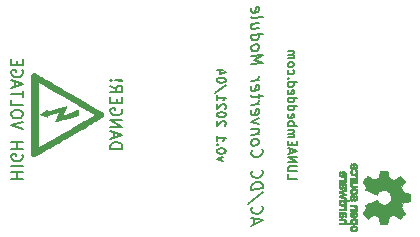
<source format=gbr>
%TF.GenerationSoftware,KiCad,Pcbnew,5.1.10*%
%TF.CreationDate,2021-05-04T11:12:31+02:00*%
%TF.ProjectId,AC-DC,41432d44-432e-46b6-9963-61645f706362,rev?*%
%TF.SameCoordinates,Original*%
%TF.FileFunction,Legend,Bot*%
%TF.FilePolarity,Positive*%
%FSLAX46Y46*%
G04 Gerber Fmt 4.6, Leading zero omitted, Abs format (unit mm)*
G04 Created by KiCad (PCBNEW 5.1.10) date 2021-05-04 11:12:31*
%MOMM*%
%LPD*%
G01*
G04 APERTURE LIST*
%ADD10C,0.200000*%
%ADD11C,0.150000*%
%ADD12C,0.010000*%
G04 APERTURE END LIST*
D10*
X-17752380Y-5428571D02*
X-16752380Y-5428571D01*
X-17228571Y-5428571D02*
X-17228571Y-4857142D01*
X-17752380Y-4857142D02*
X-16752380Y-4857142D01*
X-17752380Y-4380952D02*
X-16752380Y-4380952D01*
X-16800000Y-3380952D02*
X-16752380Y-3476190D01*
X-16752380Y-3619047D01*
X-16800000Y-3761904D01*
X-16895238Y-3857142D01*
X-16990476Y-3904761D01*
X-17180952Y-3952380D01*
X-17323809Y-3952380D01*
X-17514285Y-3904761D01*
X-17609523Y-3857142D01*
X-17704761Y-3761904D01*
X-17752380Y-3619047D01*
X-17752380Y-3523809D01*
X-17704761Y-3380952D01*
X-17657142Y-3333333D01*
X-17323809Y-3333333D01*
X-17323809Y-3523809D01*
X-17752380Y-2904761D02*
X-16752380Y-2904761D01*
X-17228571Y-2904761D02*
X-17228571Y-2333333D01*
X-17752380Y-2333333D02*
X-16752380Y-2333333D01*
X-16752380Y-1238095D02*
X-17752380Y-904761D01*
X-16752380Y-571428D01*
X-16752380Y-47619D02*
X-16752380Y142857D01*
X-16800000Y238095D01*
X-16895238Y333333D01*
X-17085714Y380952D01*
X-17419047Y380952D01*
X-17609523Y333333D01*
X-17704761Y238095D01*
X-17752380Y142857D01*
X-17752380Y-47619D01*
X-17704761Y-142857D01*
X-17609523Y-238095D01*
X-17419047Y-285714D01*
X-17085714Y-285714D01*
X-16895238Y-238095D01*
X-16800000Y-142857D01*
X-16752380Y-47619D01*
X-17752380Y1285714D02*
X-17752380Y809523D01*
X-16752380Y809523D01*
X-16752380Y1476190D02*
X-16752380Y2047619D01*
X-17752380Y1761904D02*
X-16752380Y1761904D01*
X-17466666Y2333333D02*
X-17466666Y2809523D01*
X-17752380Y2238095D02*
X-16752380Y2571428D01*
X-17752380Y2904761D01*
X-16800000Y3761904D02*
X-16752380Y3666666D01*
X-16752380Y3523809D01*
X-16800000Y3380952D01*
X-16895238Y3285714D01*
X-16990476Y3238095D01*
X-17180952Y3190476D01*
X-17323809Y3190476D01*
X-17514285Y3238095D01*
X-17609523Y3285714D01*
X-17704761Y3380952D01*
X-17752380Y3523809D01*
X-17752380Y3619047D01*
X-17704761Y3761904D01*
X-17657142Y3809523D01*
X-17323809Y3809523D01*
X-17323809Y3619047D01*
X-17228571Y4238095D02*
X-17228571Y4571428D01*
X-17752380Y4714285D02*
X-17752380Y4238095D01*
X-16752380Y4238095D01*
X-16752380Y4714285D01*
X-9352380Y-2904761D02*
X-8352380Y-2904761D01*
X-8352380Y-2666666D01*
X-8400000Y-2523809D01*
X-8495238Y-2428571D01*
X-8590476Y-2380952D01*
X-8780952Y-2333333D01*
X-8923809Y-2333333D01*
X-9114285Y-2380952D01*
X-9209523Y-2428571D01*
X-9304761Y-2523809D01*
X-9352380Y-2666666D01*
X-9352380Y-2904761D01*
X-9066666Y-1952380D02*
X-9066666Y-1476190D01*
X-9352380Y-2047619D02*
X-8352380Y-1714285D01*
X-9352380Y-1380952D01*
X-9352380Y-1047619D02*
X-8352380Y-1047619D01*
X-9352380Y-476190D01*
X-8352380Y-476190D01*
X-8400000Y523809D02*
X-8352380Y428571D01*
X-8352380Y285714D01*
X-8400000Y142857D01*
X-8495238Y47619D01*
X-8590476Y0D01*
X-8780952Y-47619D01*
X-8923809Y-47619D01*
X-9114285Y0D01*
X-9209523Y47619D01*
X-9304761Y142857D01*
X-9352380Y285714D01*
X-9352380Y380952D01*
X-9304761Y523809D01*
X-9257142Y571428D01*
X-8923809Y571428D01*
X-8923809Y380952D01*
X-8828571Y1000000D02*
X-8828571Y1333333D01*
X-9352380Y1476190D02*
X-9352380Y1000000D01*
X-8352380Y1000000D01*
X-8352380Y1476190D01*
X-9352380Y2476190D02*
X-8876190Y2142857D01*
X-9352380Y1904761D02*
X-8352380Y1904761D01*
X-8352380Y2285714D01*
X-8400000Y2380952D01*
X-8447619Y2428571D01*
X-8542857Y2476190D01*
X-8685714Y2476190D01*
X-8780952Y2428571D01*
X-8828571Y2380952D01*
X-8876190Y2285714D01*
X-8876190Y1904761D01*
X-9257142Y2904761D02*
X-9304761Y2952380D01*
X-9352380Y2904761D01*
X-9304761Y2857142D01*
X-9257142Y2904761D01*
X-9352380Y2904761D01*
X-8971428Y2904761D02*
X-8400000Y2857142D01*
X-8352380Y2904761D01*
X-8400000Y2952380D01*
X-8971428Y2904761D01*
X-8352380Y2904761D01*
D11*
X5660714Y-5053571D02*
X5660714Y-5410714D01*
X6410714Y-5410714D01*
X6410714Y-4803571D02*
X5803571Y-4803571D01*
X5732142Y-4767857D01*
X5696428Y-4732142D01*
X5660714Y-4660714D01*
X5660714Y-4517857D01*
X5696428Y-4446428D01*
X5732142Y-4410714D01*
X5803571Y-4375000D01*
X6410714Y-4375000D01*
X5660714Y-4017857D02*
X6410714Y-4017857D01*
X5660714Y-3589285D01*
X6410714Y-3589285D01*
X5875000Y-3267857D02*
X5875000Y-2910714D01*
X5660714Y-3339285D02*
X6410714Y-3089285D01*
X5660714Y-2839285D01*
X6053571Y-2589285D02*
X6053571Y-2339285D01*
X5660714Y-2232142D02*
X5660714Y-2589285D01*
X6410714Y-2589285D01*
X6410714Y-2232142D01*
X5660714Y-1910714D02*
X6160714Y-1910714D01*
X6089285Y-1910714D02*
X6125000Y-1875000D01*
X6160714Y-1803571D01*
X6160714Y-1696428D01*
X6125000Y-1625000D01*
X6053571Y-1589285D01*
X5660714Y-1589285D01*
X6053571Y-1589285D02*
X6125000Y-1553571D01*
X6160714Y-1482142D01*
X6160714Y-1375000D01*
X6125000Y-1303571D01*
X6053571Y-1267857D01*
X5660714Y-1267857D01*
X5660714Y-910714D02*
X6410714Y-910714D01*
X6125000Y-910714D02*
X6160714Y-839285D01*
X6160714Y-696428D01*
X6125000Y-625000D01*
X6089285Y-589285D01*
X6017857Y-553571D01*
X5803571Y-553571D01*
X5732142Y-589285D01*
X5696428Y-625000D01*
X5660714Y-696428D01*
X5660714Y-839285D01*
X5696428Y-910714D01*
X5696428Y53571D02*
X5660714Y-17857D01*
X5660714Y-160714D01*
X5696428Y-232142D01*
X5767857Y-267857D01*
X6053571Y-267857D01*
X6125000Y-232142D01*
X6160714Y-160714D01*
X6160714Y-17857D01*
X6125000Y53571D01*
X6053571Y89285D01*
X5982142Y89285D01*
X5910714Y-267857D01*
X5660714Y732142D02*
X6410714Y732142D01*
X5696428Y732142D02*
X5660714Y660714D01*
X5660714Y517857D01*
X5696428Y446428D01*
X5732142Y410714D01*
X5803571Y374999D01*
X6017857Y374999D01*
X6089285Y410714D01*
X6125000Y446428D01*
X6160714Y517857D01*
X6160714Y660714D01*
X6125000Y732142D01*
X5660714Y1410714D02*
X6410714Y1410714D01*
X5696428Y1410714D02*
X5660714Y1339285D01*
X5660714Y1196428D01*
X5696428Y1124999D01*
X5732142Y1089285D01*
X5803571Y1053571D01*
X6017857Y1053571D01*
X6089285Y1089285D01*
X6125000Y1124999D01*
X6160714Y1196428D01*
X6160714Y1339285D01*
X6125000Y1410714D01*
X5696428Y2053571D02*
X5660714Y1982142D01*
X5660714Y1839285D01*
X5696428Y1767857D01*
X5767857Y1732142D01*
X6053571Y1732142D01*
X6125000Y1767857D01*
X6160714Y1839285D01*
X6160714Y1982142D01*
X6125000Y2053571D01*
X6053571Y2089285D01*
X5982142Y2089285D01*
X5910714Y1732142D01*
X5660714Y2732142D02*
X6410714Y2732142D01*
X5696428Y2732142D02*
X5660714Y2660714D01*
X5660714Y2517857D01*
X5696428Y2446428D01*
X5732142Y2410714D01*
X5803571Y2374999D01*
X6017857Y2374999D01*
X6089285Y2410714D01*
X6125000Y2446428D01*
X6160714Y2517857D01*
X6160714Y2660714D01*
X6125000Y2732142D01*
X5732142Y3089285D02*
X5696428Y3124999D01*
X5660714Y3089285D01*
X5696428Y3053571D01*
X5732142Y3089285D01*
X5660714Y3089285D01*
X5696428Y3767857D02*
X5660714Y3696428D01*
X5660714Y3553571D01*
X5696428Y3482142D01*
X5732142Y3446428D01*
X5803571Y3410714D01*
X6017857Y3410714D01*
X6089285Y3446428D01*
X6125000Y3482142D01*
X6160714Y3553571D01*
X6160714Y3696428D01*
X6125000Y3767857D01*
X5660714Y4196428D02*
X5696428Y4124999D01*
X5732142Y4089285D01*
X5803571Y4053571D01*
X6017857Y4053571D01*
X6089285Y4089285D01*
X6125000Y4124999D01*
X6160714Y4196428D01*
X6160714Y4303571D01*
X6125000Y4374999D01*
X6089285Y4410714D01*
X6017857Y4446428D01*
X5803571Y4446428D01*
X5732142Y4410714D01*
X5696428Y4374999D01*
X5660714Y4303571D01*
X5660714Y4196428D01*
X5660714Y4767857D02*
X6160714Y4767857D01*
X6089285Y4767857D02*
X6125000Y4803571D01*
X6160714Y4874999D01*
X6160714Y4982142D01*
X6125000Y5053571D01*
X6053571Y5089285D01*
X5660714Y5089285D01*
X6053571Y5089285D02*
X6125000Y5124999D01*
X6160714Y5196428D01*
X6160714Y5303571D01*
X6125000Y5374999D01*
X6053571Y5410714D01*
X5660714Y5410714D01*
X160714Y-3892857D02*
X-339285Y-3714285D01*
X160714Y-3535714D01*
X410714Y-3107142D02*
X410714Y-3035714D01*
X375000Y-2964285D01*
X339285Y-2928571D01*
X267857Y-2892857D01*
X125000Y-2857142D01*
X-53571Y-2857142D01*
X-196428Y-2892857D01*
X-267857Y-2928571D01*
X-303571Y-2964285D01*
X-339285Y-3035714D01*
X-339285Y-3107142D01*
X-303571Y-3178571D01*
X-267857Y-3214285D01*
X-196428Y-3250000D01*
X-53571Y-3285714D01*
X125000Y-3285714D01*
X267857Y-3250000D01*
X339285Y-3214285D01*
X375000Y-3178571D01*
X410714Y-3107142D01*
X-267857Y-2535714D02*
X-303571Y-2499999D01*
X-339285Y-2535714D01*
X-303571Y-2571428D01*
X-267857Y-2535714D01*
X-339285Y-2535714D01*
X-339285Y-1785714D02*
X-339285Y-2214285D01*
X-339285Y-1999999D02*
X410714Y-1999999D01*
X303571Y-2071428D01*
X232142Y-2142857D01*
X196428Y-2214285D01*
X339285Y-928571D02*
X375000Y-892857D01*
X410714Y-821428D01*
X410714Y-642857D01*
X375000Y-571428D01*
X339285Y-535714D01*
X267857Y-499999D01*
X196428Y-499999D01*
X89285Y-535714D01*
X-339285Y-964285D01*
X-339285Y-499999D01*
X410714Y-35714D02*
X410714Y35714D01*
X375000Y107142D01*
X339285Y142857D01*
X267857Y178571D01*
X124999Y214285D01*
X-53571Y214285D01*
X-196428Y178571D01*
X-267857Y142857D01*
X-303571Y107142D01*
X-339285Y35714D01*
X-339285Y-35714D01*
X-303571Y-107142D01*
X-267857Y-142857D01*
X-196428Y-178571D01*
X-53571Y-214285D01*
X125000Y-214285D01*
X267857Y-178571D01*
X339285Y-142857D01*
X375000Y-107142D01*
X410714Y-35714D01*
X339285Y500000D02*
X374999Y535714D01*
X410714Y607142D01*
X410714Y785714D01*
X374999Y857142D01*
X339285Y892857D01*
X267857Y928571D01*
X196428Y928571D01*
X89285Y892857D01*
X-339285Y464285D01*
X-339285Y928571D01*
X-339285Y1642857D02*
X-339285Y1214285D01*
X-339285Y1428571D02*
X410714Y1428571D01*
X303571Y1357142D01*
X232142Y1285714D01*
X196428Y1214285D01*
X446428Y2500000D02*
X-517857Y1857142D01*
X410714Y2892857D02*
X410714Y2964285D01*
X374999Y3035714D01*
X339285Y3071428D01*
X267857Y3107142D01*
X124999Y3142857D01*
X-53571Y3142857D01*
X-196428Y3107142D01*
X-267857Y3071428D01*
X-303571Y3035714D01*
X-339285Y2964285D01*
X-339285Y2892857D01*
X-303571Y2821428D01*
X-267857Y2785714D01*
X-196428Y2750000D01*
X-53571Y2714285D01*
X124999Y2714285D01*
X267857Y2750000D01*
X339285Y2785714D01*
X374999Y2821428D01*
X410714Y2892857D01*
X160714Y3785714D02*
X-339285Y3785714D01*
X446428Y3607142D02*
X-89285Y3428571D01*
X-89285Y3892857D01*
D10*
X2833333Y-9258809D02*
X2833333Y-8782619D01*
X2547619Y-9389761D02*
X3547619Y-8931428D01*
X2547619Y-8723095D01*
X2642857Y-7806428D02*
X2595238Y-7860000D01*
X2547619Y-8008809D01*
X2547619Y-8104047D01*
X2595238Y-8240952D01*
X2690476Y-8324285D01*
X2785714Y-8359999D01*
X2976190Y-8383809D01*
X3119047Y-8365952D01*
X3309523Y-8294523D01*
X3404761Y-8234999D01*
X3500000Y-8127857D01*
X3547619Y-7979047D01*
X3547619Y-7883809D01*
X3500000Y-7746904D01*
X3452380Y-7705238D01*
X3595238Y-6544523D02*
X2309523Y-7562380D01*
X2547619Y-6342142D02*
X3547619Y-6217142D01*
X3547619Y-5979047D01*
X3500000Y-5842142D01*
X3404761Y-5758809D01*
X3309523Y-5723095D01*
X3119047Y-5699285D01*
X2976190Y-5717142D01*
X2785714Y-5788571D01*
X2690476Y-5848095D01*
X2595238Y-5955238D01*
X2547619Y-6104047D01*
X2547619Y-6342142D01*
X2642857Y-4758809D02*
X2595238Y-4812380D01*
X2547619Y-4961190D01*
X2547619Y-5056428D01*
X2595238Y-5193333D01*
X2690476Y-5276666D01*
X2785714Y-5312380D01*
X2976190Y-5336190D01*
X3119047Y-5318333D01*
X3309523Y-5246904D01*
X3404761Y-5187380D01*
X3500000Y-5080238D01*
X3547619Y-4931428D01*
X3547619Y-4836190D01*
X3500000Y-4699285D01*
X3452380Y-4657619D01*
X2642857Y-2996904D02*
X2595238Y-3050476D01*
X2547619Y-3199285D01*
X2547619Y-3294523D01*
X2595238Y-3431428D01*
X2690476Y-3514761D01*
X2785714Y-3550476D01*
X2976190Y-3574285D01*
X3119047Y-3556428D01*
X3309523Y-3485000D01*
X3404761Y-3425476D01*
X3500000Y-3318333D01*
X3547619Y-3169523D01*
X3547619Y-3074285D01*
X3500000Y-2937380D01*
X3452380Y-2895714D01*
X2547619Y-2437380D02*
X2595238Y-2526666D01*
X2642857Y-2568333D01*
X2738095Y-2604047D01*
X3023809Y-2568333D01*
X3119047Y-2508809D01*
X3166666Y-2455238D01*
X3214285Y-2354047D01*
X3214285Y-2211190D01*
X3166666Y-2121904D01*
X3119047Y-2080238D01*
X3023809Y-2044523D01*
X2738095Y-2080238D01*
X2642857Y-2139761D01*
X2595238Y-2193333D01*
X2547619Y-2294523D01*
X2547619Y-2437380D01*
X3214285Y-1592142D02*
X2547619Y-1675476D01*
X3119047Y-1604047D02*
X3166666Y-1550476D01*
X3214285Y-1449285D01*
X3214285Y-1306428D01*
X3166666Y-1217142D01*
X3071428Y-1181428D01*
X2547619Y-1246904D01*
X3214285Y-782619D02*
X2547619Y-627857D01*
X3214285Y-306428D01*
X2595238Y378095D02*
X2547619Y276904D01*
X2547619Y86428D01*
X2595238Y-2857D01*
X2690476Y-38571D01*
X3071428Y9047D01*
X3166666Y68571D01*
X3214285Y169761D01*
X3214285Y360238D01*
X3166666Y449523D01*
X3071428Y485238D01*
X2976190Y473333D01*
X2880952Y-14761D01*
X2547619Y848333D02*
X3214285Y931666D01*
X3023809Y907857D02*
X3119047Y967380D01*
X3166666Y1020952D01*
X3214285Y1122142D01*
X3214285Y1217380D01*
X3214285Y1407857D02*
X3214285Y1788809D01*
X3547619Y1592380D02*
X2690476Y1485238D01*
X2595238Y1520952D01*
X2547619Y1610238D01*
X2547619Y1705476D01*
X2595238Y2425714D02*
X2547619Y2324523D01*
X2547619Y2134047D01*
X2595238Y2044761D01*
X2690476Y2009047D01*
X3071428Y2056666D01*
X3166666Y2116190D01*
X3214285Y2217380D01*
X3214285Y2407857D01*
X3166666Y2497142D01*
X3071428Y2532857D01*
X2976190Y2520952D01*
X2880952Y2032857D01*
X2547619Y2895952D02*
X3214285Y2979285D01*
X3023809Y2955476D02*
X3119047Y3014999D01*
X3166666Y3068571D01*
X3214285Y3169761D01*
X3214285Y3264999D01*
X2547619Y4276904D02*
X3547619Y4401904D01*
X2833333Y4645952D01*
X3547619Y5068571D01*
X2547619Y4943571D01*
X2547619Y5562619D02*
X2595238Y5473333D01*
X2642857Y5431666D01*
X2738095Y5395952D01*
X3023809Y5431666D01*
X3119047Y5491190D01*
X3166666Y5544761D01*
X3214285Y5645952D01*
X3214285Y5788809D01*
X3166666Y5878095D01*
X3119047Y5919761D01*
X3023809Y5955476D01*
X2738095Y5919761D01*
X2642857Y5860238D01*
X2595238Y5806666D01*
X2547619Y5705476D01*
X2547619Y5562619D01*
X2547619Y6753095D02*
X3547619Y6878095D01*
X2595238Y6759047D02*
X2547619Y6657857D01*
X2547619Y6467380D01*
X2595238Y6378095D01*
X2642857Y6336428D01*
X2738095Y6300714D01*
X3023809Y6336428D01*
X3119047Y6395952D01*
X3166666Y6449523D01*
X3214285Y6550714D01*
X3214285Y6741190D01*
X3166666Y6830476D01*
X3214285Y7741190D02*
X2547619Y7657857D01*
X3214285Y7312619D02*
X2690476Y7247142D01*
X2595238Y7282857D01*
X2547619Y7372142D01*
X2547619Y7514999D01*
X2595238Y7616190D01*
X2642857Y7669761D01*
X2547619Y8276904D02*
X2595238Y8187619D01*
X2690476Y8151904D01*
X3547619Y8259047D01*
X2595238Y9044761D02*
X2547619Y8943571D01*
X2547619Y8753095D01*
X2595238Y8663809D01*
X2690476Y8628095D01*
X3071428Y8675714D01*
X3166666Y8735238D01*
X3214285Y8836428D01*
X3214285Y9026904D01*
X3166666Y9116190D01*
X3071428Y9151904D01*
X2976190Y9140000D01*
X2880952Y8651904D01*
D12*
%TO.C,G\u002A\u002A\u002A*%
G36*
X-9962716Y56752D02*
G01*
X-9981437Y104081D01*
X-10014085Y144940D01*
X-10015306Y146110D01*
X-10026803Y154382D01*
X-10051743Y170399D01*
X-10088910Y193431D01*
X-10137087Y222749D01*
X-10195058Y257624D01*
X-10261604Y297327D01*
X-10335510Y341128D01*
X-10415557Y388300D01*
X-10500530Y438113D01*
X-10583119Y486292D01*
X-10650922Y525752D01*
X-10732153Y573025D01*
X-10825603Y627407D01*
X-10930063Y688195D01*
X-11044324Y754685D01*
X-11167178Y826175D01*
X-11297416Y901961D01*
X-11433829Y981340D01*
X-11575209Y1063608D01*
X-11720347Y1148062D01*
X-11868035Y1233999D01*
X-12017063Y1320715D01*
X-12166223Y1407507D01*
X-12314307Y1493671D01*
X-12420033Y1555189D01*
X-12576884Y1646455D01*
X-12741948Y1742502D01*
X-12913473Y1842310D01*
X-13089707Y1944860D01*
X-13268900Y2049132D01*
X-13449300Y2154109D01*
X-13629157Y2258770D01*
X-13806717Y2362097D01*
X-13980232Y2463071D01*
X-14147948Y2560672D01*
X-14308116Y2653882D01*
X-14458983Y2741681D01*
X-14598799Y2823050D01*
X-14725812Y2896970D01*
X-14731433Y2900241D01*
X-14852753Y2970795D01*
X-14970423Y3039116D01*
X-15083575Y3104707D01*
X-15191340Y3167069D01*
X-15292850Y3225704D01*
X-15387239Y3280113D01*
X-15473639Y3329797D01*
X-15551180Y3374258D01*
X-15618997Y3412997D01*
X-15676220Y3445516D01*
X-15721982Y3471315D01*
X-15755416Y3489897D01*
X-15775653Y3500763D01*
X-15781300Y3503445D01*
X-15832119Y3512807D01*
X-15883759Y3507266D01*
X-15933162Y3488402D01*
X-15977268Y3457796D01*
X-16013021Y3417026D01*
X-16035920Y3371868D01*
X-16036964Y3360529D01*
X-16037963Y3332956D01*
X-16038918Y3289852D01*
X-16039827Y3231915D01*
X-16040692Y3159845D01*
X-16041511Y3074345D01*
X-16042286Y2976112D01*
X-16043017Y2865849D01*
X-16043702Y2744254D01*
X-16044343Y2612029D01*
X-16044939Y2469874D01*
X-16045491Y2318489D01*
X-16045998Y2158575D01*
X-16046460Y1990831D01*
X-16046878Y1815958D01*
X-16047252Y1634656D01*
X-16047581Y1447626D01*
X-16047866Y1255568D01*
X-16048106Y1059182D01*
X-16048302Y859169D01*
X-16048454Y656228D01*
X-16048562Y451061D01*
X-16048625Y244367D01*
X-16048644Y36847D01*
X-16048619Y-170799D01*
X-16048550Y-377871D01*
X-16048437Y-583668D01*
X-16048280Y-787490D01*
X-16048079Y-988637D01*
X-16047834Y-1186409D01*
X-16047545Y-1380104D01*
X-16047212Y-1569023D01*
X-16046836Y-1752466D01*
X-16046415Y-1929732D01*
X-16045951Y-2100121D01*
X-16045443Y-2262933D01*
X-16044891Y-2417466D01*
X-16044296Y-2563022D01*
X-16043657Y-2698900D01*
X-16042975Y-2824399D01*
X-16042248Y-2938818D01*
X-16041479Y-3041459D01*
X-16040666Y-3131620D01*
X-16039809Y-3208602D01*
X-16038909Y-3271703D01*
X-16037966Y-3320223D01*
X-16036980Y-3353463D01*
X-16035950Y-3370722D01*
X-16035569Y-3372887D01*
X-16008932Y-3423965D01*
X-15970505Y-3464958D01*
X-15923082Y-3494214D01*
X-15869462Y-3510086D01*
X-15812439Y-3510925D01*
X-15803679Y-3509638D01*
X-15787510Y-3503699D01*
X-15757047Y-3488965D01*
X-15712419Y-3465508D01*
X-15653758Y-3433399D01*
X-15581193Y-3392711D01*
X-15514600Y-3354767D01*
X-15514600Y-2812542D01*
X-15514600Y-4132D01*
X-15514591Y259514D01*
X-15514564Y506722D01*
X-15514517Y737990D01*
X-15514448Y953815D01*
X-15514354Y1154693D01*
X-15514233Y1341121D01*
X-15514084Y1513595D01*
X-15513905Y1672612D01*
X-15513693Y1818668D01*
X-15513447Y1952261D01*
X-15513164Y2073886D01*
X-15512842Y2184040D01*
X-15512479Y2283221D01*
X-15512074Y2371924D01*
X-15511625Y2450646D01*
X-15511128Y2519884D01*
X-15510583Y2580134D01*
X-15509987Y2631894D01*
X-15509338Y2675658D01*
X-15508634Y2711925D01*
X-15507873Y2741191D01*
X-15507054Y2763952D01*
X-15506173Y2780706D01*
X-15505230Y2791947D01*
X-15504221Y2798174D01*
X-15503145Y2799883D01*
X-15503134Y2799879D01*
X-15494496Y2795201D01*
X-15472047Y2782608D01*
X-15436671Y2762603D01*
X-15389248Y2735688D01*
X-15330661Y2702367D01*
X-15261793Y2663142D01*
X-15183525Y2618517D01*
X-15096739Y2568994D01*
X-15002318Y2515077D01*
X-14901144Y2457268D01*
X-14794099Y2396071D01*
X-14682065Y2331988D01*
X-14565924Y2265522D01*
X-14548517Y2255558D01*
X-14288396Y2106650D01*
X-14034544Y1961336D01*
X-13787363Y1819846D01*
X-13547254Y1682409D01*
X-13314621Y1549256D01*
X-13089864Y1420617D01*
X-12873386Y1296721D01*
X-12665589Y1177799D01*
X-12466873Y1064080D01*
X-12277642Y955794D01*
X-12098297Y853172D01*
X-11929239Y756443D01*
X-11770872Y665837D01*
X-11623596Y581585D01*
X-11487814Y503915D01*
X-11363927Y433059D01*
X-11252337Y369245D01*
X-11153446Y312705D01*
X-11067657Y263667D01*
X-10995370Y222362D01*
X-10936988Y189020D01*
X-10894195Y164603D01*
X-10831466Y128726D01*
X-10773608Y95427D01*
X-10722216Y65642D01*
X-10678886Y40304D01*
X-10645213Y20346D01*
X-10622793Y6703D01*
X-10613222Y309D01*
X-10612987Y0D01*
X-10619987Y-5344D01*
X-10639387Y-17551D01*
X-10668819Y-35196D01*
X-10705917Y-56857D01*
X-10741825Y-77430D01*
X-10762500Y-89215D01*
X-10797057Y-108960D01*
X-10844689Y-136200D01*
X-10904589Y-170474D01*
X-10975946Y-211319D01*
X-11057955Y-258272D01*
X-11149807Y-310870D01*
X-11250694Y-368651D01*
X-11359808Y-431152D01*
X-11476342Y-497910D01*
X-11599487Y-568462D01*
X-11728435Y-642346D01*
X-11862379Y-719099D01*
X-12000510Y-798258D01*
X-12142021Y-879361D01*
X-12254933Y-944077D01*
X-12450963Y-1056437D01*
X-12633150Y-1160862D01*
X-12802344Y-1257839D01*
X-12959392Y-1347854D01*
X-13105143Y-1431394D01*
X-13240446Y-1508944D01*
X-13366149Y-1580992D01*
X-13483102Y-1648023D01*
X-13592151Y-1710523D01*
X-13694147Y-1768979D01*
X-13789937Y-1823878D01*
X-13880371Y-1875705D01*
X-13966296Y-1924947D01*
X-14048562Y-1972091D01*
X-14128016Y-2017621D01*
X-14205508Y-2062026D01*
X-14281886Y-2105791D01*
X-14357999Y-2149402D01*
X-14434694Y-2193345D01*
X-14512822Y-2238108D01*
X-14593230Y-2284176D01*
X-14676766Y-2332036D01*
X-14764280Y-2382173D01*
X-14856620Y-2435075D01*
X-14862666Y-2438539D01*
X-14954616Y-2491220D01*
X-15042979Y-2541852D01*
X-15126554Y-2589747D01*
X-15204141Y-2634217D01*
X-15274540Y-2674573D01*
X-15336551Y-2710127D01*
X-15388972Y-2740191D01*
X-15430603Y-2764077D01*
X-15460244Y-2781096D01*
X-15476694Y-2790560D01*
X-15478616Y-2791672D01*
X-15514600Y-2812542D01*
X-15514600Y-3354767D01*
X-15494856Y-3343516D01*
X-15394877Y-3285885D01*
X-15339448Y-3253717D01*
X-15182879Y-3162669D01*
X-15038472Y-3078688D01*
X-14903751Y-3000335D01*
X-14776236Y-2926167D01*
X-14653452Y-2854743D01*
X-14532919Y-2784622D01*
X-14412161Y-2714363D01*
X-14288700Y-2642524D01*
X-14160059Y-2567664D01*
X-14023759Y-2488342D01*
X-14003299Y-2476435D01*
X-13818162Y-2368687D01*
X-13647022Y-2269085D01*
X-13489243Y-2177261D01*
X-13344189Y-2092842D01*
X-13211223Y-2015459D01*
X-13089707Y-1944741D01*
X-12979005Y-1880317D01*
X-12878480Y-1821817D01*
X-12787496Y-1768870D01*
X-12705414Y-1721105D01*
X-12631599Y-1678152D01*
X-12565413Y-1639640D01*
X-12506220Y-1605199D01*
X-12453383Y-1574458D01*
X-12406265Y-1547047D01*
X-12364228Y-1522594D01*
X-12326637Y-1500730D01*
X-12292855Y-1481084D01*
X-12262243Y-1463284D01*
X-12234166Y-1446961D01*
X-12221066Y-1439346D01*
X-12155888Y-1401452D01*
X-12076243Y-1355134D01*
X-11982117Y-1300381D01*
X-11873492Y-1237185D01*
X-11750353Y-1165537D01*
X-11612683Y-1085427D01*
X-11460468Y-996846D01*
X-11293691Y-899784D01*
X-11112336Y-794233D01*
X-10916387Y-680183D01*
X-10705828Y-557624D01*
X-10608331Y-500874D01*
X-10517806Y-448058D01*
X-10431075Y-397218D01*
X-10349324Y-349064D01*
X-10273737Y-304303D01*
X-10205500Y-263646D01*
X-10145797Y-227801D01*
X-10095814Y-197477D01*
X-10056736Y-173384D01*
X-10029748Y-156231D01*
X-10016035Y-146726D01*
X-10015118Y-145930D01*
X-9982098Y-105225D01*
X-9963024Y-58024D01*
X-9956742Y-1447D01*
X-9956738Y0D01*
X-9962716Y56752D01*
G37*
X-9962716Y56752D02*
X-9981437Y104081D01*
X-10014085Y144940D01*
X-10015306Y146110D01*
X-10026803Y154382D01*
X-10051743Y170399D01*
X-10088910Y193431D01*
X-10137087Y222749D01*
X-10195058Y257624D01*
X-10261604Y297327D01*
X-10335510Y341128D01*
X-10415557Y388300D01*
X-10500530Y438113D01*
X-10583119Y486292D01*
X-10650922Y525752D01*
X-10732153Y573025D01*
X-10825603Y627407D01*
X-10930063Y688195D01*
X-11044324Y754685D01*
X-11167178Y826175D01*
X-11297416Y901961D01*
X-11433829Y981340D01*
X-11575209Y1063608D01*
X-11720347Y1148062D01*
X-11868035Y1233999D01*
X-12017063Y1320715D01*
X-12166223Y1407507D01*
X-12314307Y1493671D01*
X-12420033Y1555189D01*
X-12576884Y1646455D01*
X-12741948Y1742502D01*
X-12913473Y1842310D01*
X-13089707Y1944860D01*
X-13268900Y2049132D01*
X-13449300Y2154109D01*
X-13629157Y2258770D01*
X-13806717Y2362097D01*
X-13980232Y2463071D01*
X-14147948Y2560672D01*
X-14308116Y2653882D01*
X-14458983Y2741681D01*
X-14598799Y2823050D01*
X-14725812Y2896970D01*
X-14731433Y2900241D01*
X-14852753Y2970795D01*
X-14970423Y3039116D01*
X-15083575Y3104707D01*
X-15191340Y3167069D01*
X-15292850Y3225704D01*
X-15387239Y3280113D01*
X-15473639Y3329797D01*
X-15551180Y3374258D01*
X-15618997Y3412997D01*
X-15676220Y3445516D01*
X-15721982Y3471315D01*
X-15755416Y3489897D01*
X-15775653Y3500763D01*
X-15781300Y3503445D01*
X-15832119Y3512807D01*
X-15883759Y3507266D01*
X-15933162Y3488402D01*
X-15977268Y3457796D01*
X-16013021Y3417026D01*
X-16035920Y3371868D01*
X-16036964Y3360529D01*
X-16037963Y3332956D01*
X-16038918Y3289852D01*
X-16039827Y3231915D01*
X-16040692Y3159845D01*
X-16041511Y3074345D01*
X-16042286Y2976112D01*
X-16043017Y2865849D01*
X-16043702Y2744254D01*
X-16044343Y2612029D01*
X-16044939Y2469874D01*
X-16045491Y2318489D01*
X-16045998Y2158575D01*
X-16046460Y1990831D01*
X-16046878Y1815958D01*
X-16047252Y1634656D01*
X-16047581Y1447626D01*
X-16047866Y1255568D01*
X-16048106Y1059182D01*
X-16048302Y859169D01*
X-16048454Y656228D01*
X-16048562Y451061D01*
X-16048625Y244367D01*
X-16048644Y36847D01*
X-16048619Y-170799D01*
X-16048550Y-377871D01*
X-16048437Y-583668D01*
X-16048280Y-787490D01*
X-16048079Y-988637D01*
X-16047834Y-1186409D01*
X-16047545Y-1380104D01*
X-16047212Y-1569023D01*
X-16046836Y-1752466D01*
X-16046415Y-1929732D01*
X-16045951Y-2100121D01*
X-16045443Y-2262933D01*
X-16044891Y-2417466D01*
X-16044296Y-2563022D01*
X-16043657Y-2698900D01*
X-16042975Y-2824399D01*
X-16042248Y-2938818D01*
X-16041479Y-3041459D01*
X-16040666Y-3131620D01*
X-16039809Y-3208602D01*
X-16038909Y-3271703D01*
X-16037966Y-3320223D01*
X-16036980Y-3353463D01*
X-16035950Y-3370722D01*
X-16035569Y-3372887D01*
X-16008932Y-3423965D01*
X-15970505Y-3464958D01*
X-15923082Y-3494214D01*
X-15869462Y-3510086D01*
X-15812439Y-3510925D01*
X-15803679Y-3509638D01*
X-15787510Y-3503699D01*
X-15757047Y-3488965D01*
X-15712419Y-3465508D01*
X-15653758Y-3433399D01*
X-15581193Y-3392711D01*
X-15514600Y-3354767D01*
X-15514600Y-2812542D01*
X-15514600Y-4132D01*
X-15514591Y259514D01*
X-15514564Y506722D01*
X-15514517Y737990D01*
X-15514448Y953815D01*
X-15514354Y1154693D01*
X-15514233Y1341121D01*
X-15514084Y1513595D01*
X-15513905Y1672612D01*
X-15513693Y1818668D01*
X-15513447Y1952261D01*
X-15513164Y2073886D01*
X-15512842Y2184040D01*
X-15512479Y2283221D01*
X-15512074Y2371924D01*
X-15511625Y2450646D01*
X-15511128Y2519884D01*
X-15510583Y2580134D01*
X-15509987Y2631894D01*
X-15509338Y2675658D01*
X-15508634Y2711925D01*
X-15507873Y2741191D01*
X-15507054Y2763952D01*
X-15506173Y2780706D01*
X-15505230Y2791947D01*
X-15504221Y2798174D01*
X-15503145Y2799883D01*
X-15503134Y2799879D01*
X-15494496Y2795201D01*
X-15472047Y2782608D01*
X-15436671Y2762603D01*
X-15389248Y2735688D01*
X-15330661Y2702367D01*
X-15261793Y2663142D01*
X-15183525Y2618517D01*
X-15096739Y2568994D01*
X-15002318Y2515077D01*
X-14901144Y2457268D01*
X-14794099Y2396071D01*
X-14682065Y2331988D01*
X-14565924Y2265522D01*
X-14548517Y2255558D01*
X-14288396Y2106650D01*
X-14034544Y1961336D01*
X-13787363Y1819846D01*
X-13547254Y1682409D01*
X-13314621Y1549256D01*
X-13089864Y1420617D01*
X-12873386Y1296721D01*
X-12665589Y1177799D01*
X-12466873Y1064080D01*
X-12277642Y955794D01*
X-12098297Y853172D01*
X-11929239Y756443D01*
X-11770872Y665837D01*
X-11623596Y581585D01*
X-11487814Y503915D01*
X-11363927Y433059D01*
X-11252337Y369245D01*
X-11153446Y312705D01*
X-11067657Y263667D01*
X-10995370Y222362D01*
X-10936988Y189020D01*
X-10894195Y164603D01*
X-10831466Y128726D01*
X-10773608Y95427D01*
X-10722216Y65642D01*
X-10678886Y40304D01*
X-10645213Y20346D01*
X-10622793Y6703D01*
X-10613222Y309D01*
X-10612987Y0D01*
X-10619987Y-5344D01*
X-10639387Y-17551D01*
X-10668819Y-35196D01*
X-10705917Y-56857D01*
X-10741825Y-77430D01*
X-10762500Y-89215D01*
X-10797057Y-108960D01*
X-10844689Y-136200D01*
X-10904589Y-170474D01*
X-10975946Y-211319D01*
X-11057955Y-258272D01*
X-11149807Y-310870D01*
X-11250694Y-368651D01*
X-11359808Y-431152D01*
X-11476342Y-497910D01*
X-11599487Y-568462D01*
X-11728435Y-642346D01*
X-11862379Y-719099D01*
X-12000510Y-798258D01*
X-12142021Y-879361D01*
X-12254933Y-944077D01*
X-12450963Y-1056437D01*
X-12633150Y-1160862D01*
X-12802344Y-1257839D01*
X-12959392Y-1347854D01*
X-13105143Y-1431394D01*
X-13240446Y-1508944D01*
X-13366149Y-1580992D01*
X-13483102Y-1648023D01*
X-13592151Y-1710523D01*
X-13694147Y-1768979D01*
X-13789937Y-1823878D01*
X-13880371Y-1875705D01*
X-13966296Y-1924947D01*
X-14048562Y-1972091D01*
X-14128016Y-2017621D01*
X-14205508Y-2062026D01*
X-14281886Y-2105791D01*
X-14357999Y-2149402D01*
X-14434694Y-2193345D01*
X-14512822Y-2238108D01*
X-14593230Y-2284176D01*
X-14676766Y-2332036D01*
X-14764280Y-2382173D01*
X-14856620Y-2435075D01*
X-14862666Y-2438539D01*
X-14954616Y-2491220D01*
X-15042979Y-2541852D01*
X-15126554Y-2589747D01*
X-15204141Y-2634217D01*
X-15274540Y-2674573D01*
X-15336551Y-2710127D01*
X-15388972Y-2740191D01*
X-15430603Y-2764077D01*
X-15460244Y-2781096D01*
X-15476694Y-2790560D01*
X-15478616Y-2791672D01*
X-15514600Y-2812542D01*
X-15514600Y-3354767D01*
X-15494856Y-3343516D01*
X-15394877Y-3285885D01*
X-15339448Y-3253717D01*
X-15182879Y-3162669D01*
X-15038472Y-3078688D01*
X-14903751Y-3000335D01*
X-14776236Y-2926167D01*
X-14653452Y-2854743D01*
X-14532919Y-2784622D01*
X-14412161Y-2714363D01*
X-14288700Y-2642524D01*
X-14160059Y-2567664D01*
X-14023759Y-2488342D01*
X-14003299Y-2476435D01*
X-13818162Y-2368687D01*
X-13647022Y-2269085D01*
X-13489243Y-2177261D01*
X-13344189Y-2092842D01*
X-13211223Y-2015459D01*
X-13089707Y-1944741D01*
X-12979005Y-1880317D01*
X-12878480Y-1821817D01*
X-12787496Y-1768870D01*
X-12705414Y-1721105D01*
X-12631599Y-1678152D01*
X-12565413Y-1639640D01*
X-12506220Y-1605199D01*
X-12453383Y-1574458D01*
X-12406265Y-1547047D01*
X-12364228Y-1522594D01*
X-12326637Y-1500730D01*
X-12292855Y-1481084D01*
X-12262243Y-1463284D01*
X-12234166Y-1446961D01*
X-12221066Y-1439346D01*
X-12155888Y-1401452D01*
X-12076243Y-1355134D01*
X-11982117Y-1300381D01*
X-11873492Y-1237185D01*
X-11750353Y-1165537D01*
X-11612683Y-1085427D01*
X-11460468Y-996846D01*
X-11293691Y-899784D01*
X-11112336Y-794233D01*
X-10916387Y-680183D01*
X-10705828Y-557624D01*
X-10608331Y-500874D01*
X-10517806Y-448058D01*
X-10431075Y-397218D01*
X-10349324Y-349064D01*
X-10273737Y-304303D01*
X-10205500Y-263646D01*
X-10145797Y-227801D01*
X-10095814Y-197477D01*
X-10056736Y-173384D01*
X-10029748Y-156231D01*
X-10016035Y-146726D01*
X-10015118Y-145930D01*
X-9982098Y-105225D01*
X-9963024Y-58024D01*
X-9956742Y-1447D01*
X-9956738Y0D01*
X-9962716Y56752D01*
G36*
X-12086830Y378651D02*
G01*
X-12087501Y407527D01*
X-12088800Y426595D01*
X-12090827Y437635D01*
X-12093681Y442429D01*
X-12097462Y442757D01*
X-12100282Y441518D01*
X-12112639Y435660D01*
X-12138709Y423852D01*
X-12177126Y406693D01*
X-12226522Y384778D01*
X-12285531Y358706D01*
X-12352786Y329074D01*
X-12426920Y296478D01*
X-12506567Y261517D01*
X-12590360Y224787D01*
X-12676932Y186885D01*
X-12764917Y148409D01*
X-12852947Y109956D01*
X-12939656Y72123D01*
X-13023677Y35508D01*
X-13103644Y707D01*
X-13178189Y-31682D01*
X-13245947Y-61062D01*
X-13305549Y-86836D01*
X-13355631Y-108406D01*
X-13394824Y-125176D01*
X-13421762Y-136547D01*
X-13435079Y-141924D01*
X-13436282Y-142273D01*
X-13433609Y-134341D01*
X-13425319Y-112448D01*
X-13412110Y-78344D01*
X-13394678Y-33782D01*
X-13373719Y19490D01*
X-13349931Y79718D01*
X-13324009Y145152D01*
X-13296651Y214041D01*
X-13268553Y284635D01*
X-13240412Y355181D01*
X-13212925Y423929D01*
X-13186787Y489128D01*
X-13162696Y549026D01*
X-13141349Y601873D01*
X-13123441Y645917D01*
X-13109670Y679408D01*
X-13103929Y693128D01*
X-13104330Y701041D01*
X-13115135Y699732D01*
X-13126806Y696450D01*
X-13154007Y688989D01*
X-13195919Y677570D01*
X-13251721Y662414D01*
X-13320593Y643745D01*
X-13401715Y621783D01*
X-13494266Y596751D01*
X-13597425Y568870D01*
X-13710373Y538362D01*
X-13832290Y505450D01*
X-13962354Y470354D01*
X-14099746Y433297D01*
X-14243645Y394500D01*
X-14308100Y377128D01*
X-14384143Y356620D01*
X-14455461Y337360D01*
X-14520322Y319819D01*
X-14576997Y304464D01*
X-14623754Y291765D01*
X-14658864Y282192D01*
X-14680596Y276214D01*
X-14686983Y274400D01*
X-14693894Y273769D01*
X-14698258Y279024D01*
X-14700646Y293076D01*
X-14701634Y318832D01*
X-14701800Y349612D01*
X-14701800Y429432D01*
X-14991783Y235790D01*
X-15054301Y193922D01*
X-15112300Y154848D01*
X-15164291Y119588D01*
X-15208786Y89163D01*
X-15244298Y64592D01*
X-15269338Y46894D01*
X-15282417Y37090D01*
X-15284002Y35534D01*
X-15276799Y31369D01*
X-15255311Y22378D01*
X-15221278Y9209D01*
X-15176440Y-7492D01*
X-15122536Y-27076D01*
X-15061306Y-48898D01*
X-14994490Y-72309D01*
X-14987668Y-74678D01*
X-14920039Y-98081D01*
X-14857441Y-119622D01*
X-14801673Y-138690D01*
X-14754538Y-154675D01*
X-14717836Y-166966D01*
X-14693370Y-174952D01*
X-14682940Y-178024D01*
X-14682760Y-178038D01*
X-14680327Y-170088D01*
X-14678971Y-148914D01*
X-14678845Y-118199D01*
X-14679400Y-97358D01*
X-14682381Y-16916D01*
X-14651874Y-8585D01*
X-14638234Y-4731D01*
X-14609896Y3378D01*
X-14568427Y15291D01*
X-14515395Y30557D01*
X-14452365Y48723D01*
X-14380907Y69338D01*
X-14302587Y91951D01*
X-14218972Y116109D01*
X-14155700Y134400D01*
X-14070276Y159052D01*
X-13989834Y182171D01*
X-13915821Y203347D01*
X-13849686Y222171D01*
X-13792877Y238232D01*
X-13746842Y251121D01*
X-13713029Y260428D01*
X-13692888Y265743D01*
X-13687596Y266851D01*
X-13688236Y263557D01*
X-13691463Y254084D01*
X-13697617Y237581D01*
X-13707038Y213196D01*
X-13720065Y180079D01*
X-13737038Y137377D01*
X-13758298Y84241D01*
X-13784183Y19817D01*
X-13815034Y-56743D01*
X-13851190Y-146293D01*
X-13892992Y-249684D01*
X-13940778Y-367766D01*
X-13949359Y-388961D01*
X-13969225Y-438286D01*
X-13986731Y-482250D01*
X-14000939Y-518454D01*
X-14010911Y-544501D01*
X-14015709Y-557995D01*
X-14015999Y-559243D01*
X-14015681Y-560053D01*
X-14014198Y-560445D01*
X-14010753Y-560197D01*
X-14004554Y-559087D01*
X-13994804Y-556895D01*
X-13980710Y-553400D01*
X-13961477Y-548379D01*
X-13936309Y-541613D01*
X-13904413Y-532880D01*
X-13864993Y-521958D01*
X-13817255Y-508628D01*
X-13760404Y-492666D01*
X-13693646Y-473853D01*
X-13616185Y-451967D01*
X-13527228Y-426788D01*
X-13425978Y-398093D01*
X-13311643Y-365661D01*
X-13183426Y-329273D01*
X-13040533Y-288705D01*
X-12882170Y-243738D01*
X-12877233Y-242336D01*
X-12089833Y-18744D01*
X-12087582Y215365D01*
X-12086970Y284351D01*
X-12086686Y338186D01*
X-12086830Y378651D01*
G37*
X-12086830Y378651D02*
X-12087501Y407527D01*
X-12088800Y426595D01*
X-12090827Y437635D01*
X-12093681Y442429D01*
X-12097462Y442757D01*
X-12100282Y441518D01*
X-12112639Y435660D01*
X-12138709Y423852D01*
X-12177126Y406693D01*
X-12226522Y384778D01*
X-12285531Y358706D01*
X-12352786Y329074D01*
X-12426920Y296478D01*
X-12506567Y261517D01*
X-12590360Y224787D01*
X-12676932Y186885D01*
X-12764917Y148409D01*
X-12852947Y109956D01*
X-12939656Y72123D01*
X-13023677Y35508D01*
X-13103644Y707D01*
X-13178189Y-31682D01*
X-13245947Y-61062D01*
X-13305549Y-86836D01*
X-13355631Y-108406D01*
X-13394824Y-125176D01*
X-13421762Y-136547D01*
X-13435079Y-141924D01*
X-13436282Y-142273D01*
X-13433609Y-134341D01*
X-13425319Y-112448D01*
X-13412110Y-78344D01*
X-13394678Y-33782D01*
X-13373719Y19490D01*
X-13349931Y79718D01*
X-13324009Y145152D01*
X-13296651Y214041D01*
X-13268553Y284635D01*
X-13240412Y355181D01*
X-13212925Y423929D01*
X-13186787Y489128D01*
X-13162696Y549026D01*
X-13141349Y601873D01*
X-13123441Y645917D01*
X-13109670Y679408D01*
X-13103929Y693128D01*
X-13104330Y701041D01*
X-13115135Y699732D01*
X-13126806Y696450D01*
X-13154007Y688989D01*
X-13195919Y677570D01*
X-13251721Y662414D01*
X-13320593Y643745D01*
X-13401715Y621783D01*
X-13494266Y596751D01*
X-13597425Y568870D01*
X-13710373Y538362D01*
X-13832290Y505450D01*
X-13962354Y470354D01*
X-14099746Y433297D01*
X-14243645Y394500D01*
X-14308100Y377128D01*
X-14384143Y356620D01*
X-14455461Y337360D01*
X-14520322Y319819D01*
X-14576997Y304464D01*
X-14623754Y291765D01*
X-14658864Y282192D01*
X-14680596Y276214D01*
X-14686983Y274400D01*
X-14693894Y273769D01*
X-14698258Y279024D01*
X-14700646Y293076D01*
X-14701634Y318832D01*
X-14701800Y349612D01*
X-14701800Y429432D01*
X-14991783Y235790D01*
X-15054301Y193922D01*
X-15112300Y154848D01*
X-15164291Y119588D01*
X-15208786Y89163D01*
X-15244298Y64592D01*
X-15269338Y46894D01*
X-15282417Y37090D01*
X-15284002Y35534D01*
X-15276799Y31369D01*
X-15255311Y22378D01*
X-15221278Y9209D01*
X-15176440Y-7492D01*
X-15122536Y-27076D01*
X-15061306Y-48898D01*
X-14994490Y-72309D01*
X-14987668Y-74678D01*
X-14920039Y-98081D01*
X-14857441Y-119622D01*
X-14801673Y-138690D01*
X-14754538Y-154675D01*
X-14717836Y-166966D01*
X-14693370Y-174952D01*
X-14682940Y-178024D01*
X-14682760Y-178038D01*
X-14680327Y-170088D01*
X-14678971Y-148914D01*
X-14678845Y-118199D01*
X-14679400Y-97358D01*
X-14682381Y-16916D01*
X-14651874Y-8585D01*
X-14638234Y-4731D01*
X-14609896Y3378D01*
X-14568427Y15291D01*
X-14515395Y30557D01*
X-14452365Y48723D01*
X-14380907Y69338D01*
X-14302587Y91951D01*
X-14218972Y116109D01*
X-14155700Y134400D01*
X-14070276Y159052D01*
X-13989834Y182171D01*
X-13915821Y203347D01*
X-13849686Y222171D01*
X-13792877Y238232D01*
X-13746842Y251121D01*
X-13713029Y260428D01*
X-13692888Y265743D01*
X-13687596Y266851D01*
X-13688236Y263557D01*
X-13691463Y254084D01*
X-13697617Y237581D01*
X-13707038Y213196D01*
X-13720065Y180079D01*
X-13737038Y137377D01*
X-13758298Y84241D01*
X-13784183Y19817D01*
X-13815034Y-56743D01*
X-13851190Y-146293D01*
X-13892992Y-249684D01*
X-13940778Y-367766D01*
X-13949359Y-388961D01*
X-13969225Y-438286D01*
X-13986731Y-482250D01*
X-14000939Y-518454D01*
X-14010911Y-544501D01*
X-14015709Y-557995D01*
X-14015999Y-559243D01*
X-14015681Y-560053D01*
X-14014198Y-560445D01*
X-14010753Y-560197D01*
X-14004554Y-559087D01*
X-13994804Y-556895D01*
X-13980710Y-553400D01*
X-13961477Y-548379D01*
X-13936309Y-541613D01*
X-13904413Y-532880D01*
X-13864993Y-521958D01*
X-13817255Y-508628D01*
X-13760404Y-492666D01*
X-13693646Y-473853D01*
X-13616185Y-451967D01*
X-13527228Y-426788D01*
X-13425978Y-398093D01*
X-13311643Y-365661D01*
X-13183426Y-329273D01*
X-13040533Y-288705D01*
X-12882170Y-243738D01*
X-12877233Y-242336D01*
X-12089833Y-18744D01*
X-12087582Y215365D01*
X-12086970Y284351D01*
X-12086686Y338186D01*
X-12086830Y378651D01*
%TO.C,r*%
G36*
X11530816Y-8908759D02*
G01*
X11517718Y-8882247D01*
X11494894Y-8849553D01*
X11470004Y-8825725D01*
X11438751Y-8809406D01*
X11396834Y-8799240D01*
X11339956Y-8793872D01*
X11263816Y-8791944D01*
X11231083Y-8791831D01*
X11159344Y-8792161D01*
X11108073Y-8793527D01*
X11072596Y-8796500D01*
X11048237Y-8801649D01*
X11030320Y-8809543D01*
X11018098Y-8817757D01*
X10966095Y-8870187D01*
X10934816Y-8931930D01*
X10925408Y-8998536D01*
X10939020Y-9065558D01*
X10948646Y-9086792D01*
X10975141Y-9137624D01*
X10559948Y-9137624D01*
X10579132Y-9100525D01*
X10593975Y-9051643D01*
X10597778Y-8991561D01*
X10590757Y-8931564D01*
X10574987Y-8886256D01*
X10544953Y-8848675D01*
X10501976Y-8816564D01*
X10497564Y-8814150D01*
X10476779Y-8803967D01*
X10455830Y-8796530D01*
X10430452Y-8791411D01*
X10396382Y-8788181D01*
X10349359Y-8786413D01*
X10285118Y-8785677D01*
X10212824Y-8785544D01*
X9982178Y-8785544D01*
X9982178Y-8923861D01*
X10407467Y-8923861D01*
X10440021Y-8962549D01*
X10466060Y-9002738D01*
X10470795Y-9040797D01*
X10458611Y-9079066D01*
X10446680Y-9099462D01*
X10429687Y-9114642D01*
X10404005Y-9125438D01*
X10366009Y-9132683D01*
X10312074Y-9137208D01*
X10238575Y-9139844D01*
X10189653Y-9140772D01*
X9988465Y-9143911D01*
X9984664Y-9209926D01*
X9980864Y-9275940D01*
X11229350Y-9275940D01*
X11229350Y-9137624D01*
X11159746Y-9134097D01*
X11111431Y-9122215D01*
X11081369Y-9100020D01*
X11066529Y-9065559D01*
X11063564Y-9030742D01*
X11066972Y-8991329D01*
X11080383Y-8965171D01*
X11098104Y-8948814D01*
X11117165Y-8935937D01*
X11138399Y-8928272D01*
X11168151Y-8924861D01*
X11212764Y-8924749D01*
X11250120Y-8925897D01*
X11306396Y-8928532D01*
X11343342Y-8932456D01*
X11366777Y-8939063D01*
X11382520Y-8949749D01*
X11391620Y-8959833D01*
X11411463Y-9001970D01*
X11414668Y-9051840D01*
X11407832Y-9080476D01*
X11383536Y-9108828D01*
X11336272Y-9127609D01*
X11266376Y-9136712D01*
X11229350Y-9137624D01*
X11229350Y-9275940D01*
X11541386Y-9275940D01*
X11541386Y-9206782D01*
X11539744Y-9165260D01*
X11533913Y-9143838D01*
X11522539Y-9137626D01*
X11522202Y-9137624D01*
X11511062Y-9134742D01*
X11512327Y-9122030D01*
X11524567Y-9096757D01*
X11543293Y-9037869D01*
X11545261Y-8971615D01*
X11530816Y-8908759D01*
G37*
X11530816Y-8908759D02*
X11517718Y-8882247D01*
X11494894Y-8849553D01*
X11470004Y-8825725D01*
X11438751Y-8809406D01*
X11396834Y-8799240D01*
X11339956Y-8793872D01*
X11263816Y-8791944D01*
X11231083Y-8791831D01*
X11159344Y-8792161D01*
X11108073Y-8793527D01*
X11072596Y-8796500D01*
X11048237Y-8801649D01*
X11030320Y-8809543D01*
X11018098Y-8817757D01*
X10966095Y-8870187D01*
X10934816Y-8931930D01*
X10925408Y-8998536D01*
X10939020Y-9065558D01*
X10948646Y-9086792D01*
X10975141Y-9137624D01*
X10559948Y-9137624D01*
X10579132Y-9100525D01*
X10593975Y-9051643D01*
X10597778Y-8991561D01*
X10590757Y-8931564D01*
X10574987Y-8886256D01*
X10544953Y-8848675D01*
X10501976Y-8816564D01*
X10497564Y-8814150D01*
X10476779Y-8803967D01*
X10455830Y-8796530D01*
X10430452Y-8791411D01*
X10396382Y-8788181D01*
X10349359Y-8786413D01*
X10285118Y-8785677D01*
X10212824Y-8785544D01*
X9982178Y-8785544D01*
X9982178Y-8923861D01*
X10407467Y-8923861D01*
X10440021Y-8962549D01*
X10466060Y-9002738D01*
X10470795Y-9040797D01*
X10458611Y-9079066D01*
X10446680Y-9099462D01*
X10429687Y-9114642D01*
X10404005Y-9125438D01*
X10366009Y-9132683D01*
X10312074Y-9137208D01*
X10238575Y-9139844D01*
X10189653Y-9140772D01*
X9988465Y-9143911D01*
X9984664Y-9209926D01*
X9980864Y-9275940D01*
X11229350Y-9275940D01*
X11229350Y-9137624D01*
X11159746Y-9134097D01*
X11111431Y-9122215D01*
X11081369Y-9100020D01*
X11066529Y-9065559D01*
X11063564Y-9030742D01*
X11066972Y-8991329D01*
X11080383Y-8965171D01*
X11098104Y-8948814D01*
X11117165Y-8935937D01*
X11138399Y-8928272D01*
X11168151Y-8924861D01*
X11212764Y-8924749D01*
X11250120Y-8925897D01*
X11306396Y-8928532D01*
X11343342Y-8932456D01*
X11366777Y-8939063D01*
X11382520Y-8949749D01*
X11391620Y-8959833D01*
X11411463Y-9001970D01*
X11414668Y-9051840D01*
X11407832Y-9080476D01*
X11383536Y-9108828D01*
X11336272Y-9127609D01*
X11266376Y-9136712D01*
X11229350Y-9137624D01*
X11229350Y-9275940D01*
X11541386Y-9275940D01*
X11541386Y-9206782D01*
X11539744Y-9165260D01*
X11533913Y-9143838D01*
X11522539Y-9137626D01*
X11522202Y-9137624D01*
X11511062Y-9134742D01*
X11512327Y-9122030D01*
X11524567Y-9096757D01*
X11543293Y-9037869D01*
X11545261Y-8971615D01*
X11530816Y-8908759D01*
G36*
X10593445Y-8384210D02*
G01*
X10577661Y-8325055D01*
X10549052Y-8280023D01*
X10511581Y-8248246D01*
X10495589Y-8238366D01*
X10478837Y-8231073D01*
X10457408Y-8225974D01*
X10427384Y-8222679D01*
X10384846Y-8220797D01*
X10325878Y-8219937D01*
X10246560Y-8219707D01*
X10225516Y-8219703D01*
X9982178Y-8219703D01*
X9982178Y-8280059D01*
X9984874Y-8318557D01*
X9991705Y-8347023D01*
X9995917Y-8354155D01*
X10003187Y-8373652D01*
X9995917Y-8393566D01*
X9986840Y-8426353D01*
X9983187Y-8473978D01*
X9984772Y-8526764D01*
X9991411Y-8575036D01*
X9999928Y-8603218D01*
X10034937Y-8657753D01*
X10083521Y-8691835D01*
X10148118Y-8707157D01*
X10149777Y-8707299D01*
X10178434Y-8705955D01*
X10178434Y-8584356D01*
X10145839Y-8573726D01*
X10127495Y-8556410D01*
X10113621Y-8521652D01*
X10108083Y-8475773D01*
X10110809Y-8428988D01*
X10121726Y-8391514D01*
X10128731Y-8381015D01*
X10161096Y-8362668D01*
X10197889Y-8358020D01*
X10246237Y-8358020D01*
X10246237Y-8427582D01*
X10241150Y-8493667D01*
X10226737Y-8543764D01*
X10204271Y-8574929D01*
X10178434Y-8584356D01*
X10178434Y-8705955D01*
X10220353Y-8703987D01*
X10276155Y-8680710D01*
X10318353Y-8636948D01*
X10322192Y-8630899D01*
X10334691Y-8604907D01*
X10342260Y-8572735D01*
X10345939Y-8527760D01*
X10346784Y-8474331D01*
X10346831Y-8358020D01*
X10395589Y-8358020D01*
X10433419Y-8362953D01*
X10458764Y-8375543D01*
X10460113Y-8377017D01*
X10471200Y-8405034D01*
X10475497Y-8447326D01*
X10473385Y-8494064D01*
X10465244Y-8535418D01*
X10453035Y-8559957D01*
X10443254Y-8573253D01*
X10441387Y-8587294D01*
X10449400Y-8606671D01*
X10469261Y-8635976D01*
X10502937Y-8679803D01*
X10506091Y-8683825D01*
X10517764Y-8681764D01*
X10537178Y-8664568D01*
X10558752Y-8638433D01*
X10576904Y-8609552D01*
X10581191Y-8600478D01*
X10589744Y-8567380D01*
X10595845Y-8518880D01*
X10598292Y-8464695D01*
X10598297Y-8462161D01*
X10593445Y-8384210D01*
G37*
X10593445Y-8384210D02*
X10577661Y-8325055D01*
X10549052Y-8280023D01*
X10511581Y-8248246D01*
X10495589Y-8238366D01*
X10478837Y-8231073D01*
X10457408Y-8225974D01*
X10427384Y-8222679D01*
X10384846Y-8220797D01*
X10325878Y-8219937D01*
X10246560Y-8219707D01*
X10225516Y-8219703D01*
X9982178Y-8219703D01*
X9982178Y-8280059D01*
X9984874Y-8318557D01*
X9991705Y-8347023D01*
X9995917Y-8354155D01*
X10003187Y-8373652D01*
X9995917Y-8393566D01*
X9986840Y-8426353D01*
X9983187Y-8473978D01*
X9984772Y-8526764D01*
X9991411Y-8575036D01*
X9999928Y-8603218D01*
X10034937Y-8657753D01*
X10083521Y-8691835D01*
X10148118Y-8707157D01*
X10149777Y-8707299D01*
X10178434Y-8705955D01*
X10178434Y-8584356D01*
X10145839Y-8573726D01*
X10127495Y-8556410D01*
X10113621Y-8521652D01*
X10108083Y-8475773D01*
X10110809Y-8428988D01*
X10121726Y-8391514D01*
X10128731Y-8381015D01*
X10161096Y-8362668D01*
X10197889Y-8358020D01*
X10246237Y-8358020D01*
X10246237Y-8427582D01*
X10241150Y-8493667D01*
X10226737Y-8543764D01*
X10204271Y-8574929D01*
X10178434Y-8584356D01*
X10178434Y-8705955D01*
X10220353Y-8703987D01*
X10276155Y-8680710D01*
X10318353Y-8636948D01*
X10322192Y-8630899D01*
X10334691Y-8604907D01*
X10342260Y-8572735D01*
X10345939Y-8527760D01*
X10346784Y-8474331D01*
X10346831Y-8358020D01*
X10395589Y-8358020D01*
X10433419Y-8362953D01*
X10458764Y-8375543D01*
X10460113Y-8377017D01*
X10471200Y-8405034D01*
X10475497Y-8447326D01*
X10473385Y-8494064D01*
X10465244Y-8535418D01*
X10453035Y-8559957D01*
X10443254Y-8573253D01*
X10441387Y-8587294D01*
X10449400Y-8606671D01*
X10469261Y-8635976D01*
X10502937Y-8679803D01*
X10506091Y-8683825D01*
X10517764Y-8681764D01*
X10537178Y-8664568D01*
X10558752Y-8638433D01*
X10576904Y-8609552D01*
X10581191Y-8600478D01*
X10589744Y-8567380D01*
X10595845Y-8518880D01*
X10598292Y-8464695D01*
X10598297Y-8462161D01*
X10593445Y-8384210D01*
G36*
X10596980Y-7993356D02*
G01*
X10591340Y-7974539D01*
X10578947Y-7968473D01*
X10573353Y-7968218D01*
X10557770Y-7967129D01*
X10555324Y-7959632D01*
X10566007Y-7939381D01*
X10573306Y-7927351D01*
X10588937Y-7889400D01*
X10596666Y-7844072D01*
X10597260Y-7796544D01*
X10591487Y-7751995D01*
X10580116Y-7715602D01*
X10563912Y-7692543D01*
X10543645Y-7687996D01*
X10538157Y-7690291D01*
X10515374Y-7707020D01*
X10487353Y-7732963D01*
X10482823Y-7737655D01*
X10461995Y-7762383D01*
X10455265Y-7783718D01*
X10459962Y-7813555D01*
X10463083Y-7825508D01*
X10470579Y-7862705D01*
X10467208Y-7888859D01*
X10455319Y-7910946D01*
X10439365Y-7931178D01*
X10419300Y-7946079D01*
X10391298Y-7956434D01*
X10351533Y-7963029D01*
X10296177Y-7966649D01*
X10221406Y-7968078D01*
X10176260Y-7968218D01*
X9982178Y-7968218D01*
X9982178Y-8093960D01*
X10598317Y-8093960D01*
X10598317Y-8031089D01*
X10596980Y-7993356D01*
G37*
X10596980Y-7993356D02*
X10591340Y-7974539D01*
X10578947Y-7968473D01*
X10573353Y-7968218D01*
X10557770Y-7967129D01*
X10555324Y-7959632D01*
X10566007Y-7939381D01*
X10573306Y-7927351D01*
X10588937Y-7889400D01*
X10596666Y-7844072D01*
X10597260Y-7796544D01*
X10591487Y-7751995D01*
X10580116Y-7715602D01*
X10563912Y-7692543D01*
X10543645Y-7687996D01*
X10538157Y-7690291D01*
X10515374Y-7707020D01*
X10487353Y-7732963D01*
X10482823Y-7737655D01*
X10461995Y-7762383D01*
X10455265Y-7783718D01*
X10459962Y-7813555D01*
X10463083Y-7825508D01*
X10470579Y-7862705D01*
X10467208Y-7888859D01*
X10455319Y-7910946D01*
X10439365Y-7931178D01*
X10419300Y-7946079D01*
X10391298Y-7956434D01*
X10351533Y-7963029D01*
X10296177Y-7966649D01*
X10221406Y-7968078D01*
X10176260Y-7968218D01*
X9982178Y-7968218D01*
X9982178Y-8093960D01*
X10598317Y-8093960D01*
X10598317Y-8031089D01*
X10596980Y-7993356D01*
G36*
X9982178Y-7201188D02*
G01*
X9982178Y-7270346D01*
X9983355Y-7310488D01*
X9988228Y-7331394D01*
X9998814Y-7338922D01*
X10005971Y-7339505D01*
X10020324Y-7340774D01*
X10023077Y-7348779D01*
X10014229Y-7369815D01*
X10005971Y-7386173D01*
X9986403Y-7448977D01*
X9985271Y-7517248D01*
X9999865Y-7572752D01*
X10035123Y-7624438D01*
X10087165Y-7663838D01*
X10148550Y-7685413D01*
X10151982Y-7685962D01*
X10189429Y-7689167D01*
X10243187Y-7690761D01*
X10283845Y-7690633D01*
X10283845Y-7553279D01*
X10229806Y-7550097D01*
X10185265Y-7542859D01*
X10160112Y-7533060D01*
X10125740Y-7495989D01*
X10113418Y-7451974D01*
X10123382Y-7406584D01*
X10153105Y-7367797D01*
X10173095Y-7353108D01*
X10196950Y-7344519D01*
X10231770Y-7340496D01*
X10284070Y-7339505D01*
X10335861Y-7341278D01*
X10381366Y-7345963D01*
X10411819Y-7352603D01*
X10414548Y-7353710D01*
X10447000Y-7380491D01*
X10464817Y-7419579D01*
X10467694Y-7463315D01*
X10455326Y-7504038D01*
X10427407Y-7534087D01*
X10421852Y-7537204D01*
X10387978Y-7546961D01*
X10339272Y-7552277D01*
X10283845Y-7553279D01*
X10283845Y-7690633D01*
X10304460Y-7690568D01*
X10337437Y-7689664D01*
X10419019Y-7683514D01*
X10480270Y-7670733D01*
X10525551Y-7649471D01*
X10559221Y-7617878D01*
X10578986Y-7587207D01*
X10592880Y-7544354D01*
X10597646Y-7491056D01*
X10593764Y-7436480D01*
X10581718Y-7389792D01*
X10567307Y-7365124D01*
X10544122Y-7339505D01*
X10837227Y-7339505D01*
X10837227Y-7201188D01*
X9982178Y-7201188D01*
G37*
X9982178Y-7201188D02*
X9982178Y-7270346D01*
X9983355Y-7310488D01*
X9988228Y-7331394D01*
X9998814Y-7338922D01*
X10005971Y-7339505D01*
X10020324Y-7340774D01*
X10023077Y-7348779D01*
X10014229Y-7369815D01*
X10005971Y-7386173D01*
X9986403Y-7448977D01*
X9985271Y-7517248D01*
X9999865Y-7572752D01*
X10035123Y-7624438D01*
X10087165Y-7663838D01*
X10148550Y-7685413D01*
X10151982Y-7685962D01*
X10189429Y-7689167D01*
X10243187Y-7690761D01*
X10283845Y-7690633D01*
X10283845Y-7553279D01*
X10229806Y-7550097D01*
X10185265Y-7542859D01*
X10160112Y-7533060D01*
X10125740Y-7495989D01*
X10113418Y-7451974D01*
X10123382Y-7406584D01*
X10153105Y-7367797D01*
X10173095Y-7353108D01*
X10196950Y-7344519D01*
X10231770Y-7340496D01*
X10284070Y-7339505D01*
X10335861Y-7341278D01*
X10381366Y-7345963D01*
X10411819Y-7352603D01*
X10414548Y-7353710D01*
X10447000Y-7380491D01*
X10464817Y-7419579D01*
X10467694Y-7463315D01*
X10455326Y-7504038D01*
X10427407Y-7534087D01*
X10421852Y-7537204D01*
X10387978Y-7546961D01*
X10339272Y-7552277D01*
X10283845Y-7553279D01*
X10283845Y-7690633D01*
X10304460Y-7690568D01*
X10337437Y-7689664D01*
X10419019Y-7683514D01*
X10480270Y-7670733D01*
X10525551Y-7649471D01*
X10559221Y-7617878D01*
X10578986Y-7587207D01*
X10592880Y-7544354D01*
X10597646Y-7491056D01*
X10593764Y-7436480D01*
X10581718Y-7389792D01*
X10567307Y-7365124D01*
X10544122Y-7339505D01*
X10837227Y-7339505D01*
X10837227Y-7201188D01*
X9982178Y-7201188D01*
G36*
X10595763Y-6718476D02*
G01*
X10592029Y-6668745D01*
X10202227Y-6538709D01*
X10271386Y-6518322D01*
X10314126Y-6506054D01*
X10371885Y-6489915D01*
X10435375Y-6472488D01*
X10469430Y-6463274D01*
X10598317Y-6428612D01*
X10598317Y-6285609D01*
X10463143Y-6328354D01*
X10396658Y-6349404D01*
X10316461Y-6374833D01*
X10232807Y-6401390D01*
X10158218Y-6425098D01*
X9988465Y-6479098D01*
X9984672Y-6537402D01*
X9980878Y-6595705D01*
X10085266Y-6627321D01*
X10150111Y-6646818D01*
X10221600Y-6668096D01*
X10284737Y-6686692D01*
X10287250Y-6687426D01*
X10330031Y-6701316D01*
X10359221Y-6713571D01*
X10370259Y-6722154D01*
X10368982Y-6723918D01*
X10351870Y-6730109D01*
X10315213Y-6741872D01*
X10263622Y-6757775D01*
X10201706Y-6776386D01*
X10167648Y-6786457D01*
X9982178Y-6840993D01*
X9982178Y-6956736D01*
X10274529Y-7049263D01*
X10356538Y-7075256D01*
X10431013Y-7098934D01*
X10494456Y-7119180D01*
X10543368Y-7134874D01*
X10574251Y-7144898D01*
X10583274Y-7147945D01*
X10592513Y-7145533D01*
X10596559Y-7126592D01*
X10596154Y-7087177D01*
X10595848Y-7081007D01*
X10592029Y-7007914D01*
X10415990Y-6960043D01*
X10351789Y-6942447D01*
X10295351Y-6926723D01*
X10251578Y-6914254D01*
X10225370Y-6906426D01*
X10221097Y-6904980D01*
X10226010Y-6898986D01*
X10251468Y-6886899D01*
X10294003Y-6870107D01*
X10350150Y-6849997D01*
X10400870Y-6832997D01*
X10599496Y-6768206D01*
X10595763Y-6718476D01*
G37*
X10595763Y-6718476D02*
X10592029Y-6668745D01*
X10202227Y-6538709D01*
X10271386Y-6518322D01*
X10314126Y-6506054D01*
X10371885Y-6489915D01*
X10435375Y-6472488D01*
X10469430Y-6463274D01*
X10598317Y-6428612D01*
X10598317Y-6285609D01*
X10463143Y-6328354D01*
X10396658Y-6349404D01*
X10316461Y-6374833D01*
X10232807Y-6401390D01*
X10158218Y-6425098D01*
X9988465Y-6479098D01*
X9984672Y-6537402D01*
X9980878Y-6595705D01*
X10085266Y-6627321D01*
X10150111Y-6646818D01*
X10221600Y-6668096D01*
X10284737Y-6686692D01*
X10287250Y-6687426D01*
X10330031Y-6701316D01*
X10359221Y-6713571D01*
X10370259Y-6722154D01*
X10368982Y-6723918D01*
X10351870Y-6730109D01*
X10315213Y-6741872D01*
X10263622Y-6757775D01*
X10201706Y-6776386D01*
X10167648Y-6786457D01*
X9982178Y-6840993D01*
X9982178Y-6956736D01*
X10274529Y-7049263D01*
X10356538Y-7075256D01*
X10431013Y-7098934D01*
X10494456Y-7119180D01*
X10543368Y-7134874D01*
X10574251Y-7144898D01*
X10583274Y-7147945D01*
X10592513Y-7145533D01*
X10596559Y-7126592D01*
X10596154Y-7087177D01*
X10595848Y-7081007D01*
X10592029Y-7007914D01*
X10415990Y-6960043D01*
X10351789Y-6942447D01*
X10295351Y-6926723D01*
X10251578Y-6914254D01*
X10225370Y-6906426D01*
X10221097Y-6904980D01*
X10226010Y-6898986D01*
X10251468Y-6886899D01*
X10294003Y-6870107D01*
X10350150Y-6849997D01*
X10400870Y-6832997D01*
X10599496Y-6768206D01*
X10595763Y-6718476D01*
G36*
X10594583Y-5961589D02*
G01*
X10581710Y-5908589D01*
X10574890Y-5893269D01*
X10557026Y-5863572D01*
X10536907Y-5840780D01*
X10511038Y-5823917D01*
X10475927Y-5812002D01*
X10428080Y-5804058D01*
X10364004Y-5799106D01*
X10280206Y-5796169D01*
X10224232Y-5795053D01*
X9982178Y-5790948D01*
X9982178Y-5861068D01*
X9983962Y-5903607D01*
X9990058Y-5925524D01*
X10000294Y-5931188D01*
X10011363Y-5934179D01*
X10009246Y-5947549D01*
X10000371Y-5965767D01*
X9986767Y-6011376D01*
X9983101Y-6069993D01*
X9989097Y-6131646D01*
X10004479Y-6186362D01*
X10006614Y-6191270D01*
X10041745Y-6241277D01*
X10090581Y-6274244D01*
X10147667Y-6289413D01*
X10168176Y-6288254D01*
X10168176Y-6164492D01*
X10140575Y-6153587D01*
X10120796Y-6121255D01*
X10110181Y-6069090D01*
X10108772Y-6041213D01*
X10112380Y-5994753D01*
X10126403Y-5963871D01*
X10133069Y-5956336D01*
X10169334Y-5935924D01*
X10202227Y-5931188D01*
X10246237Y-5931188D01*
X10246237Y-5992487D01*
X10242605Y-6063744D01*
X10231182Y-6113724D01*
X10211176Y-6145304D01*
X10202257Y-6152374D01*
X10168176Y-6164492D01*
X10168176Y-6288254D01*
X10207544Y-6286029D01*
X10264756Y-6263337D01*
X10303420Y-6232376D01*
X10320136Y-6213624D01*
X10331122Y-6195267D01*
X10337820Y-6171381D01*
X10341674Y-6136043D01*
X10344127Y-6083331D01*
X10344832Y-6062423D01*
X10349121Y-5931188D01*
X10388842Y-5931380D01*
X10430595Y-5936463D01*
X10455842Y-5954838D01*
X10471970Y-5991961D01*
X10472258Y-5992957D01*
X10478600Y-6045590D01*
X10470316Y-6097094D01*
X10450173Y-6135370D01*
X10440227Y-6150728D01*
X10441603Y-6167270D01*
X10456013Y-6192725D01*
X10466183Y-6207672D01*
X10487912Y-6236909D01*
X10504200Y-6255020D01*
X10508863Y-6257926D01*
X10532995Y-6245960D01*
X10561815Y-6210604D01*
X10571539Y-6195247D01*
X10588286Y-6151099D01*
X10597773Y-6091602D01*
X10599905Y-6025513D01*
X10594583Y-5961589D01*
G37*
X10594583Y-5961589D02*
X10581710Y-5908589D01*
X10574890Y-5893269D01*
X10557026Y-5863572D01*
X10536907Y-5840780D01*
X10511038Y-5823917D01*
X10475927Y-5812002D01*
X10428080Y-5804058D01*
X10364004Y-5799106D01*
X10280206Y-5796169D01*
X10224232Y-5795053D01*
X9982178Y-5790948D01*
X9982178Y-5861068D01*
X9983962Y-5903607D01*
X9990058Y-5925524D01*
X10000294Y-5931188D01*
X10011363Y-5934179D01*
X10009246Y-5947549D01*
X10000371Y-5965767D01*
X9986767Y-6011376D01*
X9983101Y-6069993D01*
X9989097Y-6131646D01*
X10004479Y-6186362D01*
X10006614Y-6191270D01*
X10041745Y-6241277D01*
X10090581Y-6274244D01*
X10147667Y-6289413D01*
X10168176Y-6288254D01*
X10168176Y-6164492D01*
X10140575Y-6153587D01*
X10120796Y-6121255D01*
X10110181Y-6069090D01*
X10108772Y-6041213D01*
X10112380Y-5994753D01*
X10126403Y-5963871D01*
X10133069Y-5956336D01*
X10169334Y-5935924D01*
X10202227Y-5931188D01*
X10246237Y-5931188D01*
X10246237Y-5992487D01*
X10242605Y-6063744D01*
X10231182Y-6113724D01*
X10211176Y-6145304D01*
X10202257Y-6152374D01*
X10168176Y-6164492D01*
X10168176Y-6288254D01*
X10207544Y-6286029D01*
X10264756Y-6263337D01*
X10303420Y-6232376D01*
X10320136Y-6213624D01*
X10331122Y-6195267D01*
X10337820Y-6171381D01*
X10341674Y-6136043D01*
X10344127Y-6083331D01*
X10344832Y-6062423D01*
X10349121Y-5931188D01*
X10388842Y-5931380D01*
X10430595Y-5936463D01*
X10455842Y-5954838D01*
X10471970Y-5991961D01*
X10472258Y-5992957D01*
X10478600Y-6045590D01*
X10470316Y-6097094D01*
X10450173Y-6135370D01*
X10440227Y-6150728D01*
X10441603Y-6167270D01*
X10456013Y-6192725D01*
X10466183Y-6207672D01*
X10487912Y-6236909D01*
X10504200Y-6255020D01*
X10508863Y-6257926D01*
X10532995Y-6245960D01*
X10561815Y-6210604D01*
X10571539Y-6195247D01*
X10588286Y-6151099D01*
X10597773Y-6091602D01*
X10599905Y-6025513D01*
X10594583Y-5961589D01*
G36*
X10598514Y-5364745D02*
G01*
X10588985Y-5316405D01*
X10574875Y-5288886D01*
X10551432Y-5259936D01*
X10499429Y-5301124D01*
X10467936Y-5326518D01*
X10452572Y-5343762D01*
X10450224Y-5360898D01*
X10457783Y-5385973D01*
X10462059Y-5397743D01*
X10468369Y-5445730D01*
X10454844Y-5489676D01*
X10424290Y-5521940D01*
X10414548Y-5527181D01*
X10388742Y-5532888D01*
X10341183Y-5537294D01*
X10275242Y-5540189D01*
X10194290Y-5541369D01*
X10182774Y-5541386D01*
X9982178Y-5541386D01*
X9982178Y-5679703D01*
X10598317Y-5679703D01*
X10598317Y-5610544D01*
X10597275Y-5570667D01*
X10592642Y-5549893D01*
X10582151Y-5542211D01*
X10572255Y-5541386D01*
X10546194Y-5541386D01*
X10572255Y-5508255D01*
X10590035Y-5470265D01*
X10598826Y-5419230D01*
X10598514Y-5364745D01*
G37*
X10598514Y-5364745D02*
X10588985Y-5316405D01*
X10574875Y-5288886D01*
X10551432Y-5259936D01*
X10499429Y-5301124D01*
X10467936Y-5326518D01*
X10452572Y-5343762D01*
X10450224Y-5360898D01*
X10457783Y-5385973D01*
X10462059Y-5397743D01*
X10468369Y-5445730D01*
X10454844Y-5489676D01*
X10424290Y-5521940D01*
X10414548Y-5527181D01*
X10388742Y-5532888D01*
X10341183Y-5537294D01*
X10275242Y-5540189D01*
X10194290Y-5541369D01*
X10182774Y-5541386D01*
X9982178Y-5541386D01*
X9982178Y-5679703D01*
X10598317Y-5679703D01*
X10598317Y-5610544D01*
X10597275Y-5570667D01*
X10592642Y-5549893D01*
X10582151Y-5542211D01*
X10572255Y-5541386D01*
X10546194Y-5541386D01*
X10572255Y-5508255D01*
X10590035Y-5470265D01*
X10598826Y-5419230D01*
X10598514Y-5364745D01*
G36*
X10595030Y-4967419D02*
G01*
X10579403Y-4907315D01*
X10547152Y-4856979D01*
X10523060Y-4832607D01*
X10466105Y-4792655D01*
X10400035Y-4769758D01*
X10318818Y-4761892D01*
X10312252Y-4761852D01*
X10246237Y-4761782D01*
X10246237Y-5141736D01*
X10211658Y-5133637D01*
X10180341Y-5119013D01*
X10147709Y-5093419D01*
X10142500Y-5088065D01*
X10114306Y-5042057D01*
X10109525Y-4989590D01*
X10128074Y-4929197D01*
X10133069Y-4918960D01*
X10148255Y-4887561D01*
X10156906Y-4866530D01*
X10157707Y-4862861D01*
X10149937Y-4850052D01*
X10130928Y-4825622D01*
X10120540Y-4813221D01*
X10096679Y-4787524D01*
X10080923Y-4779085D01*
X10066429Y-4784942D01*
X10062466Y-4788072D01*
X10045121Y-4809275D01*
X10024041Y-4844262D01*
X10011735Y-4868663D01*
X9990054Y-4937928D01*
X9983029Y-5014612D01*
X9991353Y-5087235D01*
X9997314Y-5107574D01*
X10031048Y-5170524D01*
X10082955Y-5217185D01*
X10153541Y-5247827D01*
X10243308Y-5262718D01*
X10290247Y-5264353D01*
X10358587Y-5259579D01*
X10358587Y-5139010D01*
X10353535Y-5127348D01*
X10349571Y-5096002D01*
X10347232Y-5050429D01*
X10346831Y-5019554D01*
X10347217Y-4964019D01*
X10349025Y-4928967D01*
X10353227Y-4909738D01*
X10360797Y-4901670D01*
X10371782Y-4900099D01*
X10405619Y-4910879D01*
X10439060Y-4938020D01*
X10464728Y-4973723D01*
X10475228Y-5009440D01*
X10465914Y-5057952D01*
X10438987Y-5099947D01*
X10400173Y-5129064D01*
X10358587Y-5139010D01*
X10358587Y-5259579D01*
X10389764Y-5257401D01*
X10469051Y-5235945D01*
X10528737Y-5199530D01*
X10569451Y-5147703D01*
X10591821Y-5080010D01*
X10596129Y-5043338D01*
X10595030Y-4967419D01*
G37*
X10595030Y-4967419D02*
X10579403Y-4907315D01*
X10547152Y-4856979D01*
X10523060Y-4832607D01*
X10466105Y-4792655D01*
X10400035Y-4769758D01*
X10318818Y-4761892D01*
X10312252Y-4761852D01*
X10246237Y-4761782D01*
X10246237Y-5141736D01*
X10211658Y-5133637D01*
X10180341Y-5119013D01*
X10147709Y-5093419D01*
X10142500Y-5088065D01*
X10114306Y-5042057D01*
X10109525Y-4989590D01*
X10128074Y-4929197D01*
X10133069Y-4918960D01*
X10148255Y-4887561D01*
X10156906Y-4866530D01*
X10157707Y-4862861D01*
X10149937Y-4850052D01*
X10130928Y-4825622D01*
X10120540Y-4813221D01*
X10096679Y-4787524D01*
X10080923Y-4779085D01*
X10066429Y-4784942D01*
X10062466Y-4788072D01*
X10045121Y-4809275D01*
X10024041Y-4844262D01*
X10011735Y-4868663D01*
X9990054Y-4937928D01*
X9983029Y-5014612D01*
X9991353Y-5087235D01*
X9997314Y-5107574D01*
X10031048Y-5170524D01*
X10082955Y-5217185D01*
X10153541Y-5247827D01*
X10243308Y-5262718D01*
X10290247Y-5264353D01*
X10358587Y-5259579D01*
X10358587Y-5139010D01*
X10353535Y-5127348D01*
X10349571Y-5096002D01*
X10347232Y-5050429D01*
X10346831Y-5019554D01*
X10347217Y-4964019D01*
X10349025Y-4928967D01*
X10353227Y-4909738D01*
X10360797Y-4901670D01*
X10371782Y-4900099D01*
X10405619Y-4910879D01*
X10439060Y-4938020D01*
X10464728Y-4973723D01*
X10475228Y-5009440D01*
X10465914Y-5057952D01*
X10438987Y-5099947D01*
X10400173Y-5129064D01*
X10358587Y-5139010D01*
X10358587Y-5259579D01*
X10389764Y-5257401D01*
X10469051Y-5235945D01*
X10528737Y-5199530D01*
X10569451Y-5147703D01*
X10591821Y-5080010D01*
X10596129Y-5043338D01*
X10595030Y-4967419D01*
G36*
X11534852Y-9538261D02*
G01*
X11505769Y-9472479D01*
X11457207Y-9422540D01*
X11389092Y-9388374D01*
X11301349Y-9369907D01*
X11287649Y-9368583D01*
X11191061Y-9367546D01*
X11106398Y-9380993D01*
X11037779Y-9408108D01*
X11015706Y-9422627D01*
X10968989Y-9473201D01*
X10938732Y-9537609D01*
X10926176Y-9609666D01*
X10932561Y-9683185D01*
X10952228Y-9739072D01*
X10985371Y-9787132D01*
X11028825Y-9826412D01*
X11029842Y-9827092D01*
X11056662Y-9843044D01*
X11083632Y-9853410D01*
X11117668Y-9859688D01*
X11165690Y-9863373D01*
X11205069Y-9864997D01*
X11240781Y-9865672D01*
X11240781Y-9739955D01*
X11205230Y-9738726D01*
X11157906Y-9734266D01*
X11127535Y-9726397D01*
X11105928Y-9712207D01*
X11093306Y-9698917D01*
X11066878Y-9651802D01*
X11063347Y-9602505D01*
X11082361Y-9556593D01*
X11103669Y-9533638D01*
X11125141Y-9517096D01*
X11145687Y-9507421D01*
X11172426Y-9503174D01*
X11212477Y-9502920D01*
X11249362Y-9504228D01*
X11302053Y-9507043D01*
X11336228Y-9511505D01*
X11358520Y-9519548D01*
X11375558Y-9533103D01*
X11385297Y-9543845D01*
X11410877Y-9588777D01*
X11412153Y-9637249D01*
X11397001Y-9677894D01*
X11365358Y-9712567D01*
X11313380Y-9733224D01*
X11240781Y-9739955D01*
X11240781Y-9865672D01*
X11283379Y-9866479D01*
X11341944Y-9863948D01*
X11385993Y-9856362D01*
X11420752Y-9842681D01*
X11451449Y-9821865D01*
X11460564Y-9814147D01*
X11505979Y-9765889D01*
X11532507Y-9714128D01*
X11543621Y-9650828D01*
X11544529Y-9619961D01*
X11534852Y-9538261D01*
G37*
X11534852Y-9538261D02*
X11505769Y-9472479D01*
X11457207Y-9422540D01*
X11389092Y-9388374D01*
X11301349Y-9369907D01*
X11287649Y-9368583D01*
X11191061Y-9367546D01*
X11106398Y-9380993D01*
X11037779Y-9408108D01*
X11015706Y-9422627D01*
X10968989Y-9473201D01*
X10938732Y-9537609D01*
X10926176Y-9609666D01*
X10932561Y-9683185D01*
X10952228Y-9739072D01*
X10985371Y-9787132D01*
X11028825Y-9826412D01*
X11029842Y-9827092D01*
X11056662Y-9843044D01*
X11083632Y-9853410D01*
X11117668Y-9859688D01*
X11165690Y-9863373D01*
X11205069Y-9864997D01*
X11240781Y-9865672D01*
X11240781Y-9739955D01*
X11205230Y-9738726D01*
X11157906Y-9734266D01*
X11127535Y-9726397D01*
X11105928Y-9712207D01*
X11093306Y-9698917D01*
X11066878Y-9651802D01*
X11063347Y-9602505D01*
X11082361Y-9556593D01*
X11103669Y-9533638D01*
X11125141Y-9517096D01*
X11145687Y-9507421D01*
X11172426Y-9503174D01*
X11212477Y-9502920D01*
X11249362Y-9504228D01*
X11302053Y-9507043D01*
X11336228Y-9511505D01*
X11358520Y-9519548D01*
X11375558Y-9533103D01*
X11385297Y-9543845D01*
X11410877Y-9588777D01*
X11412153Y-9637249D01*
X11397001Y-9677894D01*
X11365358Y-9712567D01*
X11313380Y-9733224D01*
X11240781Y-9739955D01*
X11240781Y-9865672D01*
X11283379Y-9866479D01*
X11341944Y-9863948D01*
X11385993Y-9856362D01*
X11420752Y-9842681D01*
X11451449Y-9821865D01*
X11460564Y-9814147D01*
X11505979Y-9765889D01*
X11532507Y-9714128D01*
X11543621Y-9650828D01*
X11544529Y-9619961D01*
X11534852Y-9538261D01*
G36*
X11527386Y-8356699D02*
G01*
X11521486Y-8344168D01*
X11489717Y-8300799D01*
X11443354Y-8259790D01*
X11392304Y-8229168D01*
X11368834Y-8220459D01*
X11326909Y-8212512D01*
X11276243Y-8207774D01*
X11255321Y-8207199D01*
X11189307Y-8207129D01*
X11189307Y-8587083D01*
X11154727Y-8578983D01*
X11113830Y-8559104D01*
X11078486Y-8524347D01*
X11055718Y-8482998D01*
X11050990Y-8456649D01*
X11056727Y-8420916D01*
X11071118Y-8378282D01*
X11077738Y-8363799D01*
X11104487Y-8310240D01*
X11069624Y-8264533D01*
X11046045Y-8238158D01*
X11026583Y-8224124D01*
X11020871Y-8223414D01*
X11007027Y-8235951D01*
X10985988Y-8263428D01*
X10969575Y-8288366D01*
X10940070Y-8355664D01*
X10926716Y-8431110D01*
X10930188Y-8505888D01*
X10948337Y-8565495D01*
X10987216Y-8626941D01*
X11038405Y-8670608D01*
X11104633Y-8697926D01*
X11188629Y-8710322D01*
X11227064Y-8711421D01*
X11315139Y-8707022D01*
X11317701Y-8706482D01*
X11317701Y-8580582D01*
X11309442Y-8577115D01*
X11304887Y-8562863D01*
X11302935Y-8533470D01*
X11302483Y-8484575D01*
X11302475Y-8465748D01*
X11303157Y-8408467D01*
X11305636Y-8372141D01*
X11310557Y-8352604D01*
X11318566Y-8345690D01*
X11321138Y-8345445D01*
X11341577Y-8353336D01*
X11370211Y-8373085D01*
X11380237Y-8381575D01*
X11408592Y-8413094D01*
X11419741Y-8445949D01*
X11420673Y-8463651D01*
X11409019Y-8511539D01*
X11377715Y-8551699D01*
X11332248Y-8577173D01*
X11330767Y-8577625D01*
X11317701Y-8580582D01*
X11317701Y-8706482D01*
X11384490Y-8692392D01*
X11439975Y-8666038D01*
X11479361Y-8633807D01*
X11522069Y-8574217D01*
X11544891Y-8504168D01*
X11546954Y-8429661D01*
X11527386Y-8356699D01*
G37*
X11527386Y-8356699D02*
X11521486Y-8344168D01*
X11489717Y-8300799D01*
X11443354Y-8259790D01*
X11392304Y-8229168D01*
X11368834Y-8220459D01*
X11326909Y-8212512D01*
X11276243Y-8207774D01*
X11255321Y-8207199D01*
X11189307Y-8207129D01*
X11189307Y-8587083D01*
X11154727Y-8578983D01*
X11113830Y-8559104D01*
X11078486Y-8524347D01*
X11055718Y-8482998D01*
X11050990Y-8456649D01*
X11056727Y-8420916D01*
X11071118Y-8378282D01*
X11077738Y-8363799D01*
X11104487Y-8310240D01*
X11069624Y-8264533D01*
X11046045Y-8238158D01*
X11026583Y-8224124D01*
X11020871Y-8223414D01*
X11007027Y-8235951D01*
X10985988Y-8263428D01*
X10969575Y-8288366D01*
X10940070Y-8355664D01*
X10926716Y-8431110D01*
X10930188Y-8505888D01*
X10948337Y-8565495D01*
X10987216Y-8626941D01*
X11038405Y-8670608D01*
X11104633Y-8697926D01*
X11188629Y-8710322D01*
X11227064Y-8711421D01*
X11315139Y-8707022D01*
X11317701Y-8706482D01*
X11317701Y-8580582D01*
X11309442Y-8577115D01*
X11304887Y-8562863D01*
X11302935Y-8533470D01*
X11302483Y-8484575D01*
X11302475Y-8465748D01*
X11303157Y-8408467D01*
X11305636Y-8372141D01*
X11310557Y-8352604D01*
X11318566Y-8345690D01*
X11321138Y-8345445D01*
X11341577Y-8353336D01*
X11370211Y-8373085D01*
X11380237Y-8381575D01*
X11408592Y-8413094D01*
X11419741Y-8445949D01*
X11420673Y-8463651D01*
X11409019Y-8511539D01*
X11377715Y-8551699D01*
X11332248Y-8577173D01*
X11330767Y-8577625D01*
X11317701Y-8580582D01*
X11317701Y-8706482D01*
X11384490Y-8692392D01*
X11439975Y-8666038D01*
X11479361Y-8633807D01*
X11522069Y-8574217D01*
X11544891Y-8504168D01*
X11546954Y-8429661D01*
X11527386Y-8356699D01*
G36*
X11543548Y-6985983D02*
G01*
X11534518Y-6938366D01*
X11515630Y-6888966D01*
X11513223Y-6883688D01*
X11493524Y-6846226D01*
X11475219Y-6820283D01*
X11463492Y-6811897D01*
X11444368Y-6819883D01*
X11416150Y-6839280D01*
X11405616Y-6847890D01*
X11364153Y-6883372D01*
X11391142Y-6929115D01*
X11409122Y-6972650D01*
X11418733Y-7022950D01*
X11419340Y-7071188D01*
X11410309Y-7108533D01*
X11404673Y-7117495D01*
X11378829Y-7134563D01*
X11349059Y-7136637D01*
X11325803Y-7123866D01*
X11321292Y-7116312D01*
X11315691Y-7093675D01*
X11309108Y-7053885D01*
X11302817Y-7004834D01*
X11301830Y-6995785D01*
X11288202Y-6917004D01*
X11265054Y-6859864D01*
X11230248Y-6821970D01*
X11181646Y-6800921D01*
X11122282Y-6794365D01*
X11054802Y-6803423D01*
X11001812Y-6832836D01*
X10963217Y-6882722D01*
X10938919Y-6953200D01*
X10929333Y-7031435D01*
X10929448Y-7095234D01*
X10938155Y-7146984D01*
X10950175Y-7182327D01*
X10971120Y-7226983D01*
X10995426Y-7268253D01*
X11006124Y-7282921D01*
X11036916Y-7320643D01*
X11082951Y-7275148D01*
X11128987Y-7229653D01*
X11094757Y-7177928D01*
X11069048Y-7126048D01*
X11055601Y-7070649D01*
X11054182Y-7017395D01*
X11064557Y-6971951D01*
X11086493Y-6939984D01*
X11105002Y-6929662D01*
X11134686Y-6931211D01*
X11157385Y-6956860D01*
X11173060Y-7006540D01*
X11180305Y-7060969D01*
X11194127Y-7144736D01*
X11220204Y-7206967D01*
X11259301Y-7248493D01*
X11312180Y-7270147D01*
X11374874Y-7273147D01*
X11440358Y-7258329D01*
X11489856Y-7224546D01*
X11523592Y-7171495D01*
X11541793Y-7098874D01*
X11545361Y-7045072D01*
X11543548Y-6985983D01*
G37*
X11543548Y-6985983D02*
X11534518Y-6938366D01*
X11515630Y-6888966D01*
X11513223Y-6883688D01*
X11493524Y-6846226D01*
X11475219Y-6820283D01*
X11463492Y-6811897D01*
X11444368Y-6819883D01*
X11416150Y-6839280D01*
X11405616Y-6847890D01*
X11364153Y-6883372D01*
X11391142Y-6929115D01*
X11409122Y-6972650D01*
X11418733Y-7022950D01*
X11419340Y-7071188D01*
X11410309Y-7108533D01*
X11404673Y-7117495D01*
X11378829Y-7134563D01*
X11349059Y-7136637D01*
X11325803Y-7123866D01*
X11321292Y-7116312D01*
X11315691Y-7093675D01*
X11309108Y-7053885D01*
X11302817Y-7004834D01*
X11301830Y-6995785D01*
X11288202Y-6917004D01*
X11265054Y-6859864D01*
X11230248Y-6821970D01*
X11181646Y-6800921D01*
X11122282Y-6794365D01*
X11054802Y-6803423D01*
X11001812Y-6832836D01*
X10963217Y-6882722D01*
X10938919Y-6953200D01*
X10929333Y-7031435D01*
X10929448Y-7095234D01*
X10938155Y-7146984D01*
X10950175Y-7182327D01*
X10971120Y-7226983D01*
X10995426Y-7268253D01*
X11006124Y-7282921D01*
X11036916Y-7320643D01*
X11082951Y-7275148D01*
X11128987Y-7229653D01*
X11094757Y-7177928D01*
X11069048Y-7126048D01*
X11055601Y-7070649D01*
X11054182Y-7017395D01*
X11064557Y-6971951D01*
X11086493Y-6939984D01*
X11105002Y-6929662D01*
X11134686Y-6931211D01*
X11157385Y-6956860D01*
X11173060Y-7006540D01*
X11180305Y-7060969D01*
X11194127Y-7144736D01*
X11220204Y-7206967D01*
X11259301Y-7248493D01*
X11312180Y-7270147D01*
X11374874Y-7273147D01*
X11440358Y-7258329D01*
X11489856Y-7224546D01*
X11523592Y-7171495D01*
X11541793Y-7098874D01*
X11545361Y-7045072D01*
X11543548Y-6985983D01*
G36*
X11533945Y-6389238D02*
G01*
X11499308Y-6325637D01*
X11444628Y-6275877D01*
X11400158Y-6252432D01*
X11360879Y-6242366D01*
X11304884Y-6235844D01*
X11240379Y-6233049D01*
X11175571Y-6234164D01*
X11118666Y-6239374D01*
X11088273Y-6245459D01*
X11046694Y-6265986D01*
X11002532Y-6301537D01*
X10963913Y-6344381D01*
X10938966Y-6386789D01*
X10938570Y-6387823D01*
X10927669Y-6440447D01*
X10927399Y-6502812D01*
X10937324Y-6562076D01*
X10945278Y-6584960D01*
X10978700Y-6643898D01*
X11022489Y-6686110D01*
X11080462Y-6713844D01*
X11156435Y-6729349D01*
X11196229Y-6732857D01*
X11246234Y-6732410D01*
X11246234Y-6597624D01*
X11173268Y-6593083D01*
X11117666Y-6580014D01*
X11082139Y-6559244D01*
X11071980Y-6544448D01*
X11064896Y-6506536D01*
X11066993Y-6461473D01*
X11077188Y-6422513D01*
X11082796Y-6412296D01*
X11115462Y-6385341D01*
X11165455Y-6367549D01*
X11226295Y-6359976D01*
X11291503Y-6363675D01*
X11330747Y-6371943D01*
X11376195Y-6395680D01*
X11404604Y-6433151D01*
X11414427Y-6478280D01*
X11404113Y-6524989D01*
X11378888Y-6560868D01*
X11358075Y-6579723D01*
X11337561Y-6590728D01*
X11309797Y-6595974D01*
X11267238Y-6597551D01*
X11246234Y-6597624D01*
X11246234Y-6732410D01*
X11302420Y-6731906D01*
X11389499Y-6714612D01*
X11457470Y-6680971D01*
X11506336Y-6630982D01*
X11536101Y-6564644D01*
X11539552Y-6550399D01*
X11547655Y-6464790D01*
X11533945Y-6389238D01*
G37*
X11533945Y-6389238D02*
X11499308Y-6325637D01*
X11444628Y-6275877D01*
X11400158Y-6252432D01*
X11360879Y-6242366D01*
X11304884Y-6235844D01*
X11240379Y-6233049D01*
X11175571Y-6234164D01*
X11118666Y-6239374D01*
X11088273Y-6245459D01*
X11046694Y-6265986D01*
X11002532Y-6301537D01*
X10963913Y-6344381D01*
X10938966Y-6386789D01*
X10938570Y-6387823D01*
X10927669Y-6440447D01*
X10927399Y-6502812D01*
X10937324Y-6562076D01*
X10945278Y-6584960D01*
X10978700Y-6643898D01*
X11022489Y-6686110D01*
X11080462Y-6713844D01*
X11156435Y-6729349D01*
X11196229Y-6732857D01*
X11246234Y-6732410D01*
X11246234Y-6597624D01*
X11173268Y-6593083D01*
X11117666Y-6580014D01*
X11082139Y-6559244D01*
X11071980Y-6544448D01*
X11064896Y-6506536D01*
X11066993Y-6461473D01*
X11077188Y-6422513D01*
X11082796Y-6412296D01*
X11115462Y-6385341D01*
X11165455Y-6367549D01*
X11226295Y-6359976D01*
X11291503Y-6363675D01*
X11330747Y-6371943D01*
X11376195Y-6395680D01*
X11404604Y-6433151D01*
X11414427Y-6478280D01*
X11404113Y-6524989D01*
X11378888Y-6560868D01*
X11358075Y-6579723D01*
X11337561Y-6590728D01*
X11309797Y-6595974D01*
X11267238Y-6597551D01*
X11246234Y-6597624D01*
X11246234Y-6732410D01*
X11302420Y-6731906D01*
X11389499Y-6714612D01*
X11457470Y-6680971D01*
X11506336Y-6630982D01*
X11536101Y-6564644D01*
X11539552Y-6550399D01*
X11547655Y-6464790D01*
X11533945Y-6389238D01*
G36*
X11345658Y-6006633D02*
G01*
X11253437Y-6005445D01*
X11183390Y-6001103D01*
X11132619Y-5992442D01*
X11098228Y-5978296D01*
X11077321Y-5957500D01*
X11067000Y-5928890D01*
X11064364Y-5893465D01*
X11067318Y-5856364D01*
X11078111Y-5828182D01*
X11099640Y-5807757D01*
X11134801Y-5793921D01*
X11186490Y-5785509D01*
X11257606Y-5781357D01*
X11345658Y-5780297D01*
X11541386Y-5780297D01*
X11541386Y-5641980D01*
X10937821Y-5641980D01*
X10937821Y-5711138D01*
X10939511Y-5752830D01*
X10945444Y-5774299D01*
X10956707Y-5780297D01*
X10966739Y-5783909D01*
X10964617Y-5798286D01*
X10950420Y-5827264D01*
X10928520Y-5893681D01*
X10930072Y-5964125D01*
X10953853Y-6031623D01*
X10972638Y-6063767D01*
X10992978Y-6088285D01*
X11018427Y-6106196D01*
X11052542Y-6118521D01*
X11098879Y-6126277D01*
X11160993Y-6130484D01*
X11242439Y-6132160D01*
X11305422Y-6132376D01*
X11541386Y-6132376D01*
X11541386Y-6006633D01*
X11345658Y-6006633D01*
G37*
X11345658Y-6006633D02*
X11253437Y-6005445D01*
X11183390Y-6001103D01*
X11132619Y-5992442D01*
X11098228Y-5978296D01*
X11077321Y-5957500D01*
X11067000Y-5928890D01*
X11064364Y-5893465D01*
X11067318Y-5856364D01*
X11078111Y-5828182D01*
X11099640Y-5807757D01*
X11134801Y-5793921D01*
X11186490Y-5785509D01*
X11257606Y-5781357D01*
X11345658Y-5780297D01*
X11541386Y-5780297D01*
X11541386Y-5641980D01*
X10937821Y-5641980D01*
X10937821Y-5711138D01*
X10939511Y-5752830D01*
X10945444Y-5774299D01*
X10956707Y-5780297D01*
X10966739Y-5783909D01*
X10964617Y-5798286D01*
X10950420Y-5827264D01*
X10928520Y-5893681D01*
X10930072Y-5964125D01*
X10953853Y-6031623D01*
X10972638Y-6063767D01*
X10992978Y-6088285D01*
X11018427Y-6106196D01*
X11052542Y-6118521D01*
X11098879Y-6126277D01*
X11160993Y-6130484D01*
X11242439Y-6132160D01*
X11305422Y-6132376D01*
X11541386Y-6132376D01*
X11541386Y-6006633D01*
X11345658Y-6006633D01*
G36*
X11536120Y-4782774D02*
G01*
X11505170Y-4709920D01*
X11490105Y-4686973D01*
X11466952Y-4657646D01*
X11448747Y-4639236D01*
X11442817Y-4636039D01*
X11429660Y-4645065D01*
X11407333Y-4668163D01*
X11391750Y-4686656D01*
X11351074Y-4737272D01*
X11384705Y-4777240D01*
X11406416Y-4808126D01*
X11413910Y-4838241D01*
X11412080Y-4872708D01*
X11398472Y-4927439D01*
X11370228Y-4965114D01*
X11324567Y-4988009D01*
X11258711Y-4998403D01*
X11258669Y-4998405D01*
X11185061Y-4997506D01*
X11131054Y-4983537D01*
X11094284Y-4955672D01*
X11081832Y-4936675D01*
X11066327Y-4886224D01*
X11066317Y-4832337D01*
X11081362Y-4785454D01*
X11088713Y-4774356D01*
X11107489Y-4746524D01*
X11110566Y-4724764D01*
X11096591Y-4701296D01*
X11071490Y-4675351D01*
X11029120Y-4634284D01*
X10991536Y-4679879D01*
X10949118Y-4750326D01*
X10928215Y-4829767D01*
X10929728Y-4912785D01*
X10943589Y-4967306D01*
X10977865Y-5031030D01*
X11031788Y-5081995D01*
X11069851Y-5105149D01*
X11124464Y-5123901D01*
X11193631Y-5133285D01*
X11268593Y-5133357D01*
X11340591Y-5124176D01*
X11400863Y-5105801D01*
X11407042Y-5102907D01*
X11467649Y-5060048D01*
X11511776Y-5002021D01*
X11538507Y-4933409D01*
X11546927Y-4858799D01*
X11536120Y-4782774D01*
G37*
X11536120Y-4782774D02*
X11505170Y-4709920D01*
X11490105Y-4686973D01*
X11466952Y-4657646D01*
X11448747Y-4639236D01*
X11442817Y-4636039D01*
X11429660Y-4645065D01*
X11407333Y-4668163D01*
X11391750Y-4686656D01*
X11351074Y-4737272D01*
X11384705Y-4777240D01*
X11406416Y-4808126D01*
X11413910Y-4838241D01*
X11412080Y-4872708D01*
X11398472Y-4927439D01*
X11370228Y-4965114D01*
X11324567Y-4988009D01*
X11258711Y-4998403D01*
X11258669Y-4998405D01*
X11185061Y-4997506D01*
X11131054Y-4983537D01*
X11094284Y-4955672D01*
X11081832Y-4936675D01*
X11066327Y-4886224D01*
X11066317Y-4832337D01*
X11081362Y-4785454D01*
X11088713Y-4774356D01*
X11107489Y-4746524D01*
X11110566Y-4724764D01*
X11096591Y-4701296D01*
X11071490Y-4675351D01*
X11029120Y-4634284D01*
X10991536Y-4679879D01*
X10949118Y-4750326D01*
X10928215Y-4829767D01*
X10929728Y-4912785D01*
X10943589Y-4967306D01*
X10977865Y-5031030D01*
X11031788Y-5081995D01*
X11069851Y-5105149D01*
X11124464Y-5123901D01*
X11193631Y-5133285D01*
X11268593Y-5133357D01*
X11340591Y-5124176D01*
X11400863Y-5105801D01*
X11407042Y-5102907D01*
X11467649Y-5060048D01*
X11511776Y-5002021D01*
X11538507Y-4933409D01*
X11546927Y-4858799D01*
X11536120Y-4782774D01*
G36*
X11543543Y-4322102D02*
G01*
X11535721Y-4289904D01*
X11507079Y-4228175D01*
X11463333Y-4175390D01*
X11410883Y-4138859D01*
X11399107Y-4133840D01*
X11368260Y-4126955D01*
X11322629Y-4122136D01*
X11276508Y-4120495D01*
X11189307Y-4120495D01*
X11189307Y-4302822D01*
X11189022Y-4378021D01*
X11187296Y-4430997D01*
X11182819Y-4464675D01*
X11174280Y-4481980D01*
X11160370Y-4485837D01*
X11139778Y-4479171D01*
X11115685Y-4467230D01*
X11075475Y-4433920D01*
X11055442Y-4387632D01*
X11056095Y-4331056D01*
X11077899Y-4266969D01*
X11104807Y-4211583D01*
X11068468Y-4165625D01*
X11032128Y-4119667D01*
X10992181Y-4162904D01*
X10954437Y-4220626D01*
X10931680Y-4291614D01*
X10925312Y-4367971D01*
X10936732Y-4441801D01*
X10940607Y-4453713D01*
X10974494Y-4518601D01*
X11025014Y-4566870D01*
X11093675Y-4599535D01*
X11181986Y-4617615D01*
X11183879Y-4617825D01*
X11280122Y-4619444D01*
X11314458Y-4612900D01*
X11314458Y-4485148D01*
X11309178Y-4473416D01*
X11305133Y-4441562D01*
X11302824Y-4394603D01*
X11302475Y-4364846D01*
X11302694Y-4309352D01*
X11304084Y-4274654D01*
X11307749Y-4256399D01*
X11314790Y-4250234D01*
X11326310Y-4251805D01*
X11330767Y-4253122D01*
X11372645Y-4275618D01*
X11406396Y-4310997D01*
X11421227Y-4342220D01*
X11420332Y-4383699D01*
X11401836Y-4425731D01*
X11371214Y-4460988D01*
X11333938Y-4482146D01*
X11314458Y-4485148D01*
X11314458Y-4612900D01*
X11364771Y-4603310D01*
X11435809Y-4571302D01*
X11491221Y-4525299D01*
X11528991Y-4467179D01*
X11547104Y-4398820D01*
X11543543Y-4322102D01*
G37*
X11543543Y-4322102D02*
X11535721Y-4289904D01*
X11507079Y-4228175D01*
X11463333Y-4175390D01*
X11410883Y-4138859D01*
X11399107Y-4133840D01*
X11368260Y-4126955D01*
X11322629Y-4122136D01*
X11276508Y-4120495D01*
X11189307Y-4120495D01*
X11189307Y-4302822D01*
X11189022Y-4378021D01*
X11187296Y-4430997D01*
X11182819Y-4464675D01*
X11174280Y-4481980D01*
X11160370Y-4485837D01*
X11139778Y-4479171D01*
X11115685Y-4467230D01*
X11075475Y-4433920D01*
X11055442Y-4387632D01*
X11056095Y-4331056D01*
X11077899Y-4266969D01*
X11104807Y-4211583D01*
X11068468Y-4165625D01*
X11032128Y-4119667D01*
X10992181Y-4162904D01*
X10954437Y-4220626D01*
X10931680Y-4291614D01*
X10925312Y-4367971D01*
X10936732Y-4441801D01*
X10940607Y-4453713D01*
X10974494Y-4518601D01*
X11025014Y-4566870D01*
X11093675Y-4599535D01*
X11181986Y-4617615D01*
X11183879Y-4617825D01*
X11280122Y-4619444D01*
X11314458Y-4612900D01*
X11314458Y-4485148D01*
X11309178Y-4473416D01*
X11305133Y-4441562D01*
X11302824Y-4394603D01*
X11302475Y-4364846D01*
X11302694Y-4309352D01*
X11304084Y-4274654D01*
X11307749Y-4256399D01*
X11314790Y-4250234D01*
X11326310Y-4251805D01*
X11330767Y-4253122D01*
X11372645Y-4275618D01*
X11406396Y-4310997D01*
X11421227Y-4342220D01*
X11420332Y-4383699D01*
X11401836Y-4425731D01*
X11371214Y-4460988D01*
X11333938Y-4482146D01*
X11314458Y-4485148D01*
X11314458Y-4612900D01*
X11364771Y-4603310D01*
X11435809Y-4571302D01*
X11491221Y-4525299D01*
X11528991Y-4467179D01*
X11547104Y-4398820D01*
X11543543Y-4322102D01*
G36*
X11530998Y-7754012D02*
G01*
X11516050Y-7722717D01*
X11494459Y-7692409D01*
X11469609Y-7669318D01*
X11437913Y-7652500D01*
X11395786Y-7641006D01*
X11339642Y-7633891D01*
X11265894Y-7630207D01*
X11170956Y-7629008D01*
X11161015Y-7628989D01*
X10937821Y-7628713D01*
X10937821Y-7767030D01*
X11143582Y-7767030D01*
X11219811Y-7767128D01*
X11275061Y-7767809D01*
X11313499Y-7769651D01*
X11339294Y-7773233D01*
X11356616Y-7779132D01*
X11369632Y-7787927D01*
X11382493Y-7800180D01*
X11410127Y-7843047D01*
X11415255Y-7889843D01*
X11397783Y-7934424D01*
X11384779Y-7949928D01*
X11372553Y-7961310D01*
X11359460Y-7969481D01*
X11341385Y-7974974D01*
X11314213Y-7978320D01*
X11273830Y-7980051D01*
X11216121Y-7980697D01*
X11145868Y-7980792D01*
X10937821Y-7980792D01*
X10937821Y-8119109D01*
X11541386Y-8119109D01*
X11541386Y-8049950D01*
X11539744Y-8008428D01*
X11533913Y-7987006D01*
X11522539Y-7980795D01*
X11522202Y-7980792D01*
X11511062Y-7977910D01*
X11512326Y-7965199D01*
X11524566Y-7939926D01*
X11542576Y-7882605D01*
X11544579Y-7817037D01*
X11530998Y-7754012D01*
G37*
X11530998Y-7754012D02*
X11516050Y-7722717D01*
X11494459Y-7692409D01*
X11469609Y-7669318D01*
X11437913Y-7652500D01*
X11395786Y-7641006D01*
X11339642Y-7633891D01*
X11265894Y-7630207D01*
X11170956Y-7629008D01*
X11161015Y-7628989D01*
X10937821Y-7628713D01*
X10937821Y-7767030D01*
X11143582Y-7767030D01*
X11219811Y-7767128D01*
X11275061Y-7767809D01*
X11313499Y-7769651D01*
X11339294Y-7773233D01*
X11356616Y-7779132D01*
X11369632Y-7787927D01*
X11382493Y-7800180D01*
X11410127Y-7843047D01*
X11415255Y-7889843D01*
X11397783Y-7934424D01*
X11384779Y-7949928D01*
X11372553Y-7961310D01*
X11359460Y-7969481D01*
X11341385Y-7974974D01*
X11314213Y-7978320D01*
X11273830Y-7980051D01*
X11216121Y-7980697D01*
X11145868Y-7980792D01*
X10937821Y-7980792D01*
X10937821Y-8119109D01*
X11541386Y-8119109D01*
X11541386Y-8049950D01*
X11539744Y-8008428D01*
X11533913Y-7987006D01*
X11522539Y-7980795D01*
X11522202Y-7980792D01*
X11511062Y-7977910D01*
X11512326Y-7965199D01*
X11524566Y-7939926D01*
X11542576Y-7882605D01*
X11544579Y-7817037D01*
X11530998Y-7754012D01*
G36*
X11541970Y-5200540D02*
G01*
X11528755Y-5157289D01*
X11512059Y-5129442D01*
X11498855Y-5120371D01*
X11483203Y-5122868D01*
X11458615Y-5139069D01*
X11441200Y-5152768D01*
X11409717Y-5181008D01*
X11396471Y-5202225D01*
X11397336Y-5220312D01*
X11410990Y-5273965D01*
X11410370Y-5313370D01*
X11394896Y-5345368D01*
X11385839Y-5356110D01*
X11353973Y-5390495D01*
X10937821Y-5390495D01*
X10937821Y-5528812D01*
X11541386Y-5528812D01*
X11541386Y-5459653D01*
X11539744Y-5418131D01*
X11533913Y-5396709D01*
X11522539Y-5390498D01*
X11522202Y-5390495D01*
X11510287Y-5387561D01*
X11511841Y-5374296D01*
X11520437Y-5355916D01*
X11536432Y-5317954D01*
X11546055Y-5287128D01*
X11548522Y-5247464D01*
X11541970Y-5200540D01*
G37*
X11541970Y-5200540D02*
X11528755Y-5157289D01*
X11512059Y-5129442D01*
X11498855Y-5120371D01*
X11483203Y-5122868D01*
X11458615Y-5139069D01*
X11441200Y-5152768D01*
X11409717Y-5181008D01*
X11396471Y-5202225D01*
X11397336Y-5220312D01*
X11410990Y-5273965D01*
X11410370Y-5313370D01*
X11394896Y-5345368D01*
X11385839Y-5356110D01*
X11353973Y-5390495D01*
X10937821Y-5390495D01*
X10937821Y-5528812D01*
X11541386Y-5528812D01*
X11541386Y-5459653D01*
X11539744Y-5418131D01*
X11533913Y-5396709D01*
X11522539Y-5390498D01*
X11522202Y-5390495D01*
X11510287Y-5387561D01*
X11511841Y-5374296D01*
X11520437Y-5355916D01*
X11536432Y-5317954D01*
X11546055Y-5287128D01*
X11548522Y-5247464D01*
X11541970Y-5200540D01*
G36*
X15709982Y-6623036D02*
G01*
X15408430Y-6566188D01*
X15235488Y-6146662D01*
X15406605Y-5895016D01*
X15454250Y-5824542D01*
X15496790Y-5760837D01*
X15532285Y-5706874D01*
X15558790Y-5665627D01*
X15574364Y-5640066D01*
X15577722Y-5633105D01*
X15569086Y-5620565D01*
X15545208Y-5593769D01*
X15509141Y-5555720D01*
X15463933Y-5509421D01*
X15412636Y-5457877D01*
X15358299Y-5404091D01*
X15303972Y-5351065D01*
X15252705Y-5301805D01*
X15207549Y-5259313D01*
X15171554Y-5226593D01*
X15147770Y-5206649D01*
X15139810Y-5201881D01*
X15125135Y-5208743D01*
X15092986Y-5227980D01*
X15046508Y-5257570D01*
X14988844Y-5295490D01*
X14923140Y-5339718D01*
X14885664Y-5365346D01*
X14817232Y-5412059D01*
X14755480Y-5453568D01*
X14703481Y-5487860D01*
X14664308Y-5512920D01*
X14641035Y-5526736D01*
X14636145Y-5528812D01*
X14622245Y-5524105D01*
X14589850Y-5511277D01*
X14543515Y-5492262D01*
X14487794Y-5468997D01*
X14427242Y-5443416D01*
X14366414Y-5417455D01*
X14309864Y-5393050D01*
X14262148Y-5372137D01*
X14227819Y-5356651D01*
X14211432Y-5348528D01*
X14210788Y-5348048D01*
X14207659Y-5335293D01*
X14200679Y-5301323D01*
X14190533Y-5249660D01*
X14177908Y-5183824D01*
X14163491Y-5107336D01*
X14155177Y-5062710D01*
X14139616Y-4980979D01*
X14124808Y-4907157D01*
X14111564Y-4844979D01*
X14100695Y-4798178D01*
X14093011Y-4770491D01*
X14090573Y-4764926D01*
X14074070Y-4759474D01*
X14036800Y-4755076D01*
X13983120Y-4751728D01*
X13917388Y-4749426D01*
X13843963Y-4748168D01*
X13767204Y-4747952D01*
X13691468Y-4748773D01*
X13621114Y-4750629D01*
X13560500Y-4753518D01*
X13513984Y-4757435D01*
X13485925Y-4762378D01*
X13480084Y-4765343D01*
X13473083Y-4783066D01*
X13463073Y-4820619D01*
X13451231Y-4873036D01*
X13438733Y-4935348D01*
X13434690Y-4957100D01*
X13415480Y-5061976D01*
X13400009Y-5144820D01*
X13387663Y-5208370D01*
X13377827Y-5255363D01*
X13369886Y-5288537D01*
X13363224Y-5310629D01*
X13357227Y-5324376D01*
X13351281Y-5332516D01*
X13350106Y-5333655D01*
X13331174Y-5345023D01*
X13294331Y-5362365D01*
X13244087Y-5383950D01*
X13184954Y-5408046D01*
X13121444Y-5432921D01*
X13058068Y-5456843D01*
X12999338Y-5478081D01*
X12949765Y-5494903D01*
X12913861Y-5505578D01*
X12896138Y-5508373D01*
X12895517Y-5508140D01*
X12881030Y-5498669D01*
X12849156Y-5477182D01*
X12803211Y-5445937D01*
X12746515Y-5407193D01*
X12682383Y-5363207D01*
X12664158Y-5350681D01*
X12598086Y-5306016D01*
X12537800Y-5266712D01*
X12486765Y-5234912D01*
X12448440Y-5212755D01*
X12426289Y-5202383D01*
X12423568Y-5201881D01*
X12409264Y-5210595D01*
X12380928Y-5234675D01*
X12341604Y-5271024D01*
X12294339Y-5316547D01*
X12242177Y-5368148D01*
X12188165Y-5422733D01*
X12135347Y-5477206D01*
X12086769Y-5528471D01*
X12045477Y-5573433D01*
X12014515Y-5608996D01*
X11996930Y-5632065D01*
X11994059Y-5638446D01*
X12000822Y-5653301D01*
X12019061Y-5683714D01*
X12045703Y-5724732D01*
X12067148Y-5756291D01*
X12106497Y-5813475D01*
X12152829Y-5881194D01*
X12199087Y-5949120D01*
X12223845Y-5985639D01*
X12307453Y-6109248D01*
X12251350Y-6213009D01*
X12226772Y-6260280D01*
X12207669Y-6300477D01*
X12196773Y-6327674D01*
X12195257Y-6334598D01*
X12206451Y-6342923D01*
X12238083Y-6359346D01*
X12287235Y-6382643D01*
X12350990Y-6411586D01*
X12426429Y-6444950D01*
X12510636Y-6481509D01*
X12600692Y-6520036D01*
X12693679Y-6559306D01*
X12786680Y-6598092D01*
X12876777Y-6635170D01*
X12961052Y-6669311D01*
X13036587Y-6699292D01*
X13100466Y-6723884D01*
X13149769Y-6741864D01*
X13181579Y-6752003D01*
X13192504Y-6753634D01*
X13206439Y-6740709D01*
X13229060Y-6712411D01*
X13255667Y-6674654D01*
X13257772Y-6671485D01*
X13335886Y-6573900D01*
X13427018Y-6495214D01*
X13528255Y-6436109D01*
X13636682Y-6397268D01*
X13749386Y-6379372D01*
X13863452Y-6383103D01*
X13975966Y-6409143D01*
X14084015Y-6458175D01*
X14107655Y-6472600D01*
X14203113Y-6547631D01*
X14279768Y-6636270D01*
X14337220Y-6735451D01*
X14375071Y-6842105D01*
X14392922Y-6953164D01*
X14390375Y-7065561D01*
X14367030Y-7176227D01*
X14322490Y-7282094D01*
X14256355Y-7380095D01*
X14229513Y-7410410D01*
X14145488Y-7487562D01*
X14057034Y-7543782D01*
X13957885Y-7582347D01*
X13859697Y-7603826D01*
X13749303Y-7609128D01*
X13638360Y-7591448D01*
X13530619Y-7552581D01*
X13429831Y-7494323D01*
X13339744Y-7418469D01*
X13264108Y-7326817D01*
X13256136Y-7314772D01*
X13230026Y-7276611D01*
X13207405Y-7247601D01*
X13192961Y-7233732D01*
X13192504Y-7233531D01*
X13176879Y-7236508D01*
X13141418Y-7248311D01*
X13089038Y-7267714D01*
X13022655Y-7293488D01*
X12945186Y-7324409D01*
X12859550Y-7359249D01*
X12768663Y-7396783D01*
X12675441Y-7435783D01*
X12582803Y-7475023D01*
X12493665Y-7513276D01*
X12410945Y-7549317D01*
X12337559Y-7581917D01*
X12276425Y-7609852D01*
X12230459Y-7631895D01*
X12202579Y-7646818D01*
X12195257Y-7652828D01*
X12200959Y-7671191D01*
X12216251Y-7705552D01*
X12238401Y-7749984D01*
X12251350Y-7774417D01*
X12307453Y-7878178D01*
X12223845Y-8001787D01*
X12181013Y-8064886D01*
X12133878Y-8133970D01*
X12089497Y-8198707D01*
X12067148Y-8231134D01*
X12036523Y-8276741D01*
X12012253Y-8315360D01*
X11997413Y-8341952D01*
X11994276Y-8350590D01*
X12002739Y-8363161D01*
X12026364Y-8390984D01*
X12062698Y-8431361D01*
X12109289Y-8481595D01*
X12163683Y-8538988D01*
X12198608Y-8575286D01*
X12261004Y-8638790D01*
X12316812Y-8693673D01*
X12363646Y-8737714D01*
X12399118Y-8768695D01*
X12420839Y-8784398D01*
X12425248Y-8785905D01*
X12442015Y-8778914D01*
X12475918Y-8759594D01*
X12523524Y-8730091D01*
X12581401Y-8692545D01*
X12646116Y-8649100D01*
X12664158Y-8636745D01*
X12729733Y-8591727D01*
X12788772Y-8551340D01*
X12837958Y-8517840D01*
X12873972Y-8493486D01*
X12893498Y-8480536D01*
X12895517Y-8479285D01*
X12911078Y-8481156D01*
X12945291Y-8491087D01*
X12993645Y-8507347D01*
X13051629Y-8528205D01*
X13114730Y-8551927D01*
X13178437Y-8576784D01*
X13238239Y-8601042D01*
X13289624Y-8622971D01*
X13328081Y-8640838D01*
X13349098Y-8652913D01*
X13350106Y-8653771D01*
X13356112Y-8661154D01*
X13362052Y-8673625D01*
X13368540Y-8693920D01*
X13376191Y-8724778D01*
X13385620Y-8768934D01*
X13397441Y-8829126D01*
X13412271Y-8908093D01*
X13430723Y-9008570D01*
X13434690Y-9030325D01*
X13447147Y-9094802D01*
X13459334Y-9151011D01*
X13470074Y-9193987D01*
X13478191Y-9218760D01*
X13480084Y-9222082D01*
X13496862Y-9227556D01*
X13534355Y-9232006D01*
X13588206Y-9235428D01*
X13654056Y-9237819D01*
X13727547Y-9239177D01*
X13804320Y-9239499D01*
X13880017Y-9238781D01*
X13950280Y-9237021D01*
X14010750Y-9234216D01*
X14057070Y-9230362D01*
X14084881Y-9225457D01*
X14090573Y-9222500D01*
X14096314Y-9206037D01*
X14105655Y-9168551D01*
X14117785Y-9113775D01*
X14131893Y-9045445D01*
X14147170Y-8967294D01*
X14155177Y-8924716D01*
X14170279Y-8843929D01*
X14183960Y-8771887D01*
X14195533Y-8712111D01*
X14204313Y-8668121D01*
X14209613Y-8643439D01*
X14210788Y-8639377D01*
X14224035Y-8632511D01*
X14255943Y-8617998D01*
X14301953Y-8597771D01*
X14357508Y-8573766D01*
X14418047Y-8547918D01*
X14479014Y-8522160D01*
X14535849Y-8498427D01*
X14583994Y-8478654D01*
X14618890Y-8464776D01*
X14635979Y-8458726D01*
X14636726Y-8458614D01*
X14650207Y-8465472D01*
X14681230Y-8484698D01*
X14726711Y-8514272D01*
X14783568Y-8552173D01*
X14848717Y-8596380D01*
X14886138Y-8622079D01*
X14954753Y-8668907D01*
X15017048Y-8710499D01*
X15069871Y-8744825D01*
X15110073Y-8769857D01*
X15134500Y-8783565D01*
X15139976Y-8785544D01*
X15152722Y-8777034D01*
X15179937Y-8753507D01*
X15218572Y-8717968D01*
X15265577Y-8673423D01*
X15317905Y-8622877D01*
X15372505Y-8569336D01*
X15426330Y-8515805D01*
X15476330Y-8465289D01*
X15519457Y-8420794D01*
X15552661Y-8385325D01*
X15572894Y-8361887D01*
X15577722Y-8354046D01*
X15570933Y-8341280D01*
X15551858Y-8310744D01*
X15522439Y-8265410D01*
X15484619Y-8208244D01*
X15440339Y-8142216D01*
X15406605Y-8092410D01*
X15235488Y-7840764D01*
X15321959Y-7631001D01*
X15408430Y-7421237D01*
X15709982Y-7364389D01*
X16011534Y-7307540D01*
X16011534Y-6679885D01*
X15709982Y-6623036D01*
G37*
X15709982Y-6623036D02*
X15408430Y-6566188D01*
X15235488Y-6146662D01*
X15406605Y-5895016D01*
X15454250Y-5824542D01*
X15496790Y-5760837D01*
X15532285Y-5706874D01*
X15558790Y-5665627D01*
X15574364Y-5640066D01*
X15577722Y-5633105D01*
X15569086Y-5620565D01*
X15545208Y-5593769D01*
X15509141Y-5555720D01*
X15463933Y-5509421D01*
X15412636Y-5457877D01*
X15358299Y-5404091D01*
X15303972Y-5351065D01*
X15252705Y-5301805D01*
X15207549Y-5259313D01*
X15171554Y-5226593D01*
X15147770Y-5206649D01*
X15139810Y-5201881D01*
X15125135Y-5208743D01*
X15092986Y-5227980D01*
X15046508Y-5257570D01*
X14988844Y-5295490D01*
X14923140Y-5339718D01*
X14885664Y-5365346D01*
X14817232Y-5412059D01*
X14755480Y-5453568D01*
X14703481Y-5487860D01*
X14664308Y-5512920D01*
X14641035Y-5526736D01*
X14636145Y-5528812D01*
X14622245Y-5524105D01*
X14589850Y-5511277D01*
X14543515Y-5492262D01*
X14487794Y-5468997D01*
X14427242Y-5443416D01*
X14366414Y-5417455D01*
X14309864Y-5393050D01*
X14262148Y-5372137D01*
X14227819Y-5356651D01*
X14211432Y-5348528D01*
X14210788Y-5348048D01*
X14207659Y-5335293D01*
X14200679Y-5301323D01*
X14190533Y-5249660D01*
X14177908Y-5183824D01*
X14163491Y-5107336D01*
X14155177Y-5062710D01*
X14139616Y-4980979D01*
X14124808Y-4907157D01*
X14111564Y-4844979D01*
X14100695Y-4798178D01*
X14093011Y-4770491D01*
X14090573Y-4764926D01*
X14074070Y-4759474D01*
X14036800Y-4755076D01*
X13983120Y-4751728D01*
X13917388Y-4749426D01*
X13843963Y-4748168D01*
X13767204Y-4747952D01*
X13691468Y-4748773D01*
X13621114Y-4750629D01*
X13560500Y-4753518D01*
X13513984Y-4757435D01*
X13485925Y-4762378D01*
X13480084Y-4765343D01*
X13473083Y-4783066D01*
X13463073Y-4820619D01*
X13451231Y-4873036D01*
X13438733Y-4935348D01*
X13434690Y-4957100D01*
X13415480Y-5061976D01*
X13400009Y-5144820D01*
X13387663Y-5208370D01*
X13377827Y-5255363D01*
X13369886Y-5288537D01*
X13363224Y-5310629D01*
X13357227Y-5324376D01*
X13351281Y-5332516D01*
X13350106Y-5333655D01*
X13331174Y-5345023D01*
X13294331Y-5362365D01*
X13244087Y-5383950D01*
X13184954Y-5408046D01*
X13121444Y-5432921D01*
X13058068Y-5456843D01*
X12999338Y-5478081D01*
X12949765Y-5494903D01*
X12913861Y-5505578D01*
X12896138Y-5508373D01*
X12895517Y-5508140D01*
X12881030Y-5498669D01*
X12849156Y-5477182D01*
X12803211Y-5445937D01*
X12746515Y-5407193D01*
X12682383Y-5363207D01*
X12664158Y-5350681D01*
X12598086Y-5306016D01*
X12537800Y-5266712D01*
X12486765Y-5234912D01*
X12448440Y-5212755D01*
X12426289Y-5202383D01*
X12423568Y-5201881D01*
X12409264Y-5210595D01*
X12380928Y-5234675D01*
X12341604Y-5271024D01*
X12294339Y-5316547D01*
X12242177Y-5368148D01*
X12188165Y-5422733D01*
X12135347Y-5477206D01*
X12086769Y-5528471D01*
X12045477Y-5573433D01*
X12014515Y-5608996D01*
X11996930Y-5632065D01*
X11994059Y-5638446D01*
X12000822Y-5653301D01*
X12019061Y-5683714D01*
X12045703Y-5724732D01*
X12067148Y-5756291D01*
X12106497Y-5813475D01*
X12152829Y-5881194D01*
X12199087Y-5949120D01*
X12223845Y-5985639D01*
X12307453Y-6109248D01*
X12251350Y-6213009D01*
X12226772Y-6260280D01*
X12207669Y-6300477D01*
X12196773Y-6327674D01*
X12195257Y-6334598D01*
X12206451Y-6342923D01*
X12238083Y-6359346D01*
X12287235Y-6382643D01*
X12350990Y-6411586D01*
X12426429Y-6444950D01*
X12510636Y-6481509D01*
X12600692Y-6520036D01*
X12693679Y-6559306D01*
X12786680Y-6598092D01*
X12876777Y-6635170D01*
X12961052Y-6669311D01*
X13036587Y-6699292D01*
X13100466Y-6723884D01*
X13149769Y-6741864D01*
X13181579Y-6752003D01*
X13192504Y-6753634D01*
X13206439Y-6740709D01*
X13229060Y-6712411D01*
X13255667Y-6674654D01*
X13257772Y-6671485D01*
X13335886Y-6573900D01*
X13427018Y-6495214D01*
X13528255Y-6436109D01*
X13636682Y-6397268D01*
X13749386Y-6379372D01*
X13863452Y-6383103D01*
X13975966Y-6409143D01*
X14084015Y-6458175D01*
X14107655Y-6472600D01*
X14203113Y-6547631D01*
X14279768Y-6636270D01*
X14337220Y-6735451D01*
X14375071Y-6842105D01*
X14392922Y-6953164D01*
X14390375Y-7065561D01*
X14367030Y-7176227D01*
X14322490Y-7282094D01*
X14256355Y-7380095D01*
X14229513Y-7410410D01*
X14145488Y-7487562D01*
X14057034Y-7543782D01*
X13957885Y-7582347D01*
X13859697Y-7603826D01*
X13749303Y-7609128D01*
X13638360Y-7591448D01*
X13530619Y-7552581D01*
X13429831Y-7494323D01*
X13339744Y-7418469D01*
X13264108Y-7326817D01*
X13256136Y-7314772D01*
X13230026Y-7276611D01*
X13207405Y-7247601D01*
X13192961Y-7233732D01*
X13192504Y-7233531D01*
X13176879Y-7236508D01*
X13141418Y-7248311D01*
X13089038Y-7267714D01*
X13022655Y-7293488D01*
X12945186Y-7324409D01*
X12859550Y-7359249D01*
X12768663Y-7396783D01*
X12675441Y-7435783D01*
X12582803Y-7475023D01*
X12493665Y-7513276D01*
X12410945Y-7549317D01*
X12337559Y-7581917D01*
X12276425Y-7609852D01*
X12230459Y-7631895D01*
X12202579Y-7646818D01*
X12195257Y-7652828D01*
X12200959Y-7671191D01*
X12216251Y-7705552D01*
X12238401Y-7749984D01*
X12251350Y-7774417D01*
X12307453Y-7878178D01*
X12223845Y-8001787D01*
X12181013Y-8064886D01*
X12133878Y-8133970D01*
X12089497Y-8198707D01*
X12067148Y-8231134D01*
X12036523Y-8276741D01*
X12012253Y-8315360D01*
X11997413Y-8341952D01*
X11994276Y-8350590D01*
X12002739Y-8363161D01*
X12026364Y-8390984D01*
X12062698Y-8431361D01*
X12109289Y-8481595D01*
X12163683Y-8538988D01*
X12198608Y-8575286D01*
X12261004Y-8638790D01*
X12316812Y-8693673D01*
X12363646Y-8737714D01*
X12399118Y-8768695D01*
X12420839Y-8784398D01*
X12425248Y-8785905D01*
X12442015Y-8778914D01*
X12475918Y-8759594D01*
X12523524Y-8730091D01*
X12581401Y-8692545D01*
X12646116Y-8649100D01*
X12664158Y-8636745D01*
X12729733Y-8591727D01*
X12788772Y-8551340D01*
X12837958Y-8517840D01*
X12873972Y-8493486D01*
X12893498Y-8480536D01*
X12895517Y-8479285D01*
X12911078Y-8481156D01*
X12945291Y-8491087D01*
X12993645Y-8507347D01*
X13051629Y-8528205D01*
X13114730Y-8551927D01*
X13178437Y-8576784D01*
X13238239Y-8601042D01*
X13289624Y-8622971D01*
X13328081Y-8640838D01*
X13349098Y-8652913D01*
X13350106Y-8653771D01*
X13356112Y-8661154D01*
X13362052Y-8673625D01*
X13368540Y-8693920D01*
X13376191Y-8724778D01*
X13385620Y-8768934D01*
X13397441Y-8829126D01*
X13412271Y-8908093D01*
X13430723Y-9008570D01*
X13434690Y-9030325D01*
X13447147Y-9094802D01*
X13459334Y-9151011D01*
X13470074Y-9193987D01*
X13478191Y-9218760D01*
X13480084Y-9222082D01*
X13496862Y-9227556D01*
X13534355Y-9232006D01*
X13588206Y-9235428D01*
X13654056Y-9237819D01*
X13727547Y-9239177D01*
X13804320Y-9239499D01*
X13880017Y-9238781D01*
X13950280Y-9237021D01*
X14010750Y-9234216D01*
X14057070Y-9230362D01*
X14084881Y-9225457D01*
X14090573Y-9222500D01*
X14096314Y-9206037D01*
X14105655Y-9168551D01*
X14117785Y-9113775D01*
X14131893Y-9045445D01*
X14147170Y-8967294D01*
X14155177Y-8924716D01*
X14170279Y-8843929D01*
X14183960Y-8771887D01*
X14195533Y-8712111D01*
X14204313Y-8668121D01*
X14209613Y-8643439D01*
X14210788Y-8639377D01*
X14224035Y-8632511D01*
X14255943Y-8617998D01*
X14301953Y-8597771D01*
X14357508Y-8573766D01*
X14418047Y-8547918D01*
X14479014Y-8522160D01*
X14535849Y-8498427D01*
X14583994Y-8478654D01*
X14618890Y-8464776D01*
X14635979Y-8458726D01*
X14636726Y-8458614D01*
X14650207Y-8465472D01*
X14681230Y-8484698D01*
X14726711Y-8514272D01*
X14783568Y-8552173D01*
X14848717Y-8596380D01*
X14886138Y-8622079D01*
X14954753Y-8668907D01*
X15017048Y-8710499D01*
X15069871Y-8744825D01*
X15110073Y-8769857D01*
X15134500Y-8783565D01*
X15139976Y-8785544D01*
X15152722Y-8777034D01*
X15179937Y-8753507D01*
X15218572Y-8717968D01*
X15265577Y-8673423D01*
X15317905Y-8622877D01*
X15372505Y-8569336D01*
X15426330Y-8515805D01*
X15476330Y-8465289D01*
X15519457Y-8420794D01*
X15552661Y-8385325D01*
X15572894Y-8361887D01*
X15577722Y-8354046D01*
X15570933Y-8341280D01*
X15551858Y-8310744D01*
X15522439Y-8265410D01*
X15484619Y-8208244D01*
X15440339Y-8142216D01*
X15406605Y-8092410D01*
X15235488Y-7840764D01*
X15321959Y-7631001D01*
X15408430Y-7421237D01*
X15709982Y-7364389D01*
X16011534Y-7307540D01*
X16011534Y-6679885D01*
X15709982Y-6623036D01*
%TD*%
M02*

</source>
